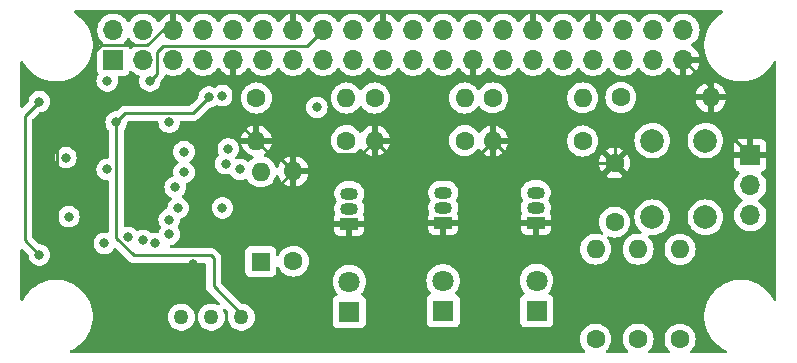
<source format=gbl>
G04 #@! TF.GenerationSoftware,KiCad,Pcbnew,8.0.8*
G04 #@! TF.CreationDate,2025-02-26T07:42:39+09:00*
G04 #@! TF.ProjectId,1bit-cpu_HAT,31626974-2d63-4707-955f-4841542e6b69,rev?*
G04 #@! TF.SameCoordinates,Original*
G04 #@! TF.FileFunction,Copper,L4,Bot*
G04 #@! TF.FilePolarity,Positive*
%FSLAX46Y46*%
G04 Gerber Fmt 4.6, Leading zero omitted, Abs format (unit mm)*
G04 Created by KiCad (PCBNEW 8.0.8) date 2025-02-26 07:42:39*
%MOMM*%
%LPD*%
G01*
G04 APERTURE LIST*
G04 #@! TA.AperFunction,ComponentPad*
%ADD10R,1.600000X1.600000*%
G04 #@! TD*
G04 #@! TA.AperFunction,ComponentPad*
%ADD11O,1.600000X1.600000*%
G04 #@! TD*
G04 #@! TA.AperFunction,ComponentPad*
%ADD12R,1.800000X1.800000*%
G04 #@! TD*
G04 #@! TA.AperFunction,ComponentPad*
%ADD13C,1.800000*%
G04 #@! TD*
G04 #@! TA.AperFunction,ComponentPad*
%ADD14R,1.500000X1.050000*%
G04 #@! TD*
G04 #@! TA.AperFunction,ComponentPad*
%ADD15O,1.500000X1.050000*%
G04 #@! TD*
G04 #@! TA.AperFunction,ComponentPad*
%ADD16C,1.600000*%
G04 #@! TD*
G04 #@! TA.AperFunction,ComponentPad*
%ADD17R,1.700000X1.700000*%
G04 #@! TD*
G04 #@! TA.AperFunction,ComponentPad*
%ADD18O,1.700000X1.700000*%
G04 #@! TD*
G04 #@! TA.AperFunction,ComponentPad*
%ADD19C,1.269000*%
G04 #@! TD*
G04 #@! TA.AperFunction,ComponentPad*
%ADD20C,2.000000*%
G04 #@! TD*
G04 #@! TA.AperFunction,ViaPad*
%ADD21C,0.800000*%
G04 #@! TD*
G04 #@! TA.AperFunction,Conductor*
%ADD22C,0.250000*%
G04 #@! TD*
G04 APERTURE END LIST*
D10*
G04 #@! TO.P,D1,1,K*
G04 #@! TO.N,Net-(D1-K)*
X143750000Y-111560000D03*
D11*
G04 #@! TO.P,D1,2,A*
G04 #@! TO.N,/GPIO22_GEN3*
X143750000Y-103940000D03*
G04 #@! TD*
D12*
G04 #@! TO.P,LED3,1,K*
G04 #@! TO.N,Net-(LED3-K)*
X167100000Y-115700000D03*
D13*
G04 #@! TO.P,LED3,2,A*
G04 #@! TO.N,Net-(LED3-A)*
X167100000Y-113160000D03*
G04 #@! TD*
D14*
G04 #@! TO.P,Q3,1,E*
G04 #@! TO.N,GND*
X167035000Y-108250000D03*
D15*
G04 #@! TO.P,Q3,2,C*
G04 #@! TO.N,Net-(LED3-K)*
X167035000Y-106980000D03*
G04 #@! TO.P,Q3,3,B*
G04 #@! TO.N,Net-(Q3-B)*
X167035000Y-105710000D03*
G04 #@! TD*
D16*
G04 #@! TO.P,R15,1*
G04 #@! TO.N,Net-(U1-CLK_GXP)*
X163385000Y-97690000D03*
D11*
G04 #@! TO.P,R15,2*
G04 #@! TO.N,Net-(Q3-B)*
X171005000Y-97690000D03*
G04 #@! TD*
D14*
G04 #@! TO.P,Q1,1,E*
G04 #@! TO.N,GND*
X151235000Y-108340000D03*
D15*
G04 #@! TO.P,Q1,2,C*
G04 #@! TO.N,Net-(LED1-K)*
X151235000Y-107070000D03*
G04 #@! TO.P,Q1,3,B*
G04 #@! TO.N,Net-(Q1-B)*
X151235000Y-105800000D03*
G04 #@! TD*
D12*
G04 #@! TO.P,LED1,1,K*
G04 #@! TO.N,Net-(LED1-K)*
X151250000Y-115785000D03*
D13*
G04 #@! TO.P,LED1,2,A*
G04 #@! TO.N,Net-(LED1-A)*
X151250000Y-113245000D03*
G04 #@! TD*
D16*
G04 #@! TO.P,R8,1*
G04 #@! TO.N,Net-(LED3-A)*
X179245000Y-118125000D03*
D11*
G04 #@! TO.P,R8,2*
G04 #@! TO.N,+5V*
X179245000Y-110505000D03*
G04 #@! TD*
D17*
G04 #@! TO.P,J2,1,Pin_1*
G04 #@! TO.N,GND*
X185200000Y-102560000D03*
D18*
G04 #@! TO.P,J2,2,Pin_2*
G04 #@! TO.N,/GPIO14_TXD0*
X185200000Y-105100000D03*
G04 #@! TO.P,J2,3,Pin_3*
G04 #@! TO.N,/GPIO15_RXD0*
X185200000Y-107640000D03*
G04 #@! TD*
D16*
G04 #@! TO.P,R1,1*
G04 #@! TO.N,Net-(D1-K)*
X174240000Y-97650000D03*
D11*
G04 #@! TO.P,R1,2*
G04 #@! TO.N,GND*
X181860000Y-97650000D03*
G04 #@! TD*
D12*
G04 #@! TO.P,LED2,1,K*
G04 #@! TO.N,Net-(LED2-K)*
X159190000Y-115710000D03*
D13*
G04 #@! TO.P,LED2,2,A*
G04 #@! TO.N,Net-(LED2-A)*
X159190000Y-113170000D03*
G04 #@! TD*
D19*
G04 #@! TO.P,VR1,1,CCW*
G04 #@! TO.N,+5V*
X142100000Y-116250000D03*
G04 #@! TO.P,VR1,2,WIPER*
G04 #@! TO.N,Net-(U1-IN_RYO)*
X139560000Y-116250000D03*
G04 #@! TO.P,VR1,3,CW*
G04 #@! TO.N,unconnected-(VR1-CW-Pad3)*
X137020000Y-116250000D03*
G04 #@! TD*
D16*
G04 #@! TO.P,R7,1*
G04 #@! TO.N,Net-(LED2-A)*
X175700000Y-118110000D03*
D11*
G04 #@! TO.P,R7,2*
G04 #@! TO.N,+5V*
X175700000Y-110490000D03*
G04 #@! TD*
D20*
G04 #@! TO.P,SW3,1,1*
G04 #@! TO.N,+5V*
X181400000Y-101300000D03*
X181400000Y-107800000D03*
G04 #@! TO.P,SW3,2,2*
G04 #@! TO.N,Net-(D1-K)*
X176900000Y-101300000D03*
X176900000Y-107800000D03*
G04 #@! TD*
D14*
G04 #@! TO.P,Q2,1,E*
G04 #@! TO.N,GND*
X159200000Y-108260000D03*
D15*
G04 #@! TO.P,Q2,2,C*
G04 #@! TO.N,Net-(LED2-K)*
X159200000Y-106990000D03*
G04 #@! TO.P,Q2,3,B*
G04 #@! TO.N,Net-(Q2-B)*
X159200000Y-105720000D03*
G04 #@! TD*
D16*
G04 #@! TO.P,R16,1*
G04 #@! TO.N,Net-(Q3-B)*
X171005000Y-101340000D03*
D11*
G04 #@! TO.P,R16,2*
G04 #@! TO.N,GND*
X163385000Y-101340000D03*
G04 #@! TD*
D16*
G04 #@! TO.P,R12,1*
G04 #@! TO.N,Net-(Q1-B)*
X151000000Y-101300000D03*
D11*
G04 #@! TO.P,R12,2*
G04 #@! TO.N,GND*
X143380000Y-101300000D03*
G04 #@! TD*
D16*
G04 #@! TO.P,R14,1*
G04 #@! TO.N,Net-(Q2-B)*
X161000000Y-101300000D03*
D11*
G04 #@! TO.P,R14,2*
G04 #@! TO.N,GND*
X153380000Y-101300000D03*
G04 #@! TD*
D16*
G04 #@! TO.P,C1,1*
G04 #@! TO.N,GND*
X173700000Y-103200000D03*
G04 #@! TO.P,C1,2*
G04 #@! TO.N,Net-(D1-K)*
X173700000Y-108200000D03*
G04 #@! TD*
G04 #@! TO.P,R2,1*
G04 #@! TO.N,Net-(U1-IN_RYO)*
X146500000Y-111510000D03*
D11*
G04 #@! TO.P,R2,2*
G04 #@! TO.N,GND*
X146500000Y-103890000D03*
G04 #@! TD*
D16*
G04 #@! TO.P,R11,1*
G04 #@! TO.N,Net-(U1-IN_B02)*
X143380000Y-97700000D03*
D11*
G04 #@! TO.P,R11,2*
G04 #@! TO.N,Net-(Q1-B)*
X151000000Y-97700000D03*
G04 #@! TD*
D16*
G04 #@! TO.P,R6,1*
G04 #@! TO.N,Net-(LED1-A)*
X172100000Y-118110000D03*
D11*
G04 #@! TO.P,R6,2*
G04 #@! TO.N,+5V*
X172100000Y-110490000D03*
G04 #@! TD*
D16*
G04 #@! TO.P,R13,1*
G04 #@! TO.N,Net-(U1-IN_B04)*
X153380000Y-97700000D03*
D11*
G04 #@! TO.P,R13,2*
G04 #@! TO.N,Net-(Q2-B)*
X161000000Y-97700000D03*
G04 #@! TD*
D17*
G04 #@! TO.P,J1,1,Pin_1*
G04 #@! TO.N,+3V3*
X131270000Y-94470000D03*
D18*
G04 #@! TO.P,J1,2,Pin_2*
G04 #@! TO.N,+5V*
X131270000Y-91930000D03*
G04 #@! TO.P,J1,3,Pin_3*
G04 #@! TO.N,/GPIO2_SDA1*
X133810000Y-94470000D03*
G04 #@! TO.P,J1,4,Pin_4*
G04 #@! TO.N,+5V*
X133810000Y-91930000D03*
G04 #@! TO.P,J1,5,Pin_5*
G04 #@! TO.N,/GPIO3_SCL1*
X136350000Y-94470000D03*
G04 #@! TO.P,J1,6,Pin_6*
G04 #@! TO.N,GND*
X136350000Y-91930000D03*
G04 #@! TO.P,J1,7,Pin_7*
G04 #@! TO.N,/GPIO4_GPIO_GCLK*
X138890000Y-94470000D03*
G04 #@! TO.P,J1,8,Pin_8*
G04 #@! TO.N,/GPIO14_TXD0*
X138890000Y-91930000D03*
G04 #@! TO.P,J1,9,Pin_9*
G04 #@! TO.N,GND*
X141430000Y-94470000D03*
G04 #@! TO.P,J1,10,Pin_10*
G04 #@! TO.N,/GPIO15_RXD0*
X141430000Y-91930000D03*
G04 #@! TO.P,J1,11,Pin_11*
G04 #@! TO.N,/GPIO17_GEN0*
X143970000Y-94470000D03*
G04 #@! TO.P,J1,12,Pin_12*
G04 #@! TO.N,/GPIO18_GEN1*
X143970000Y-91930000D03*
G04 #@! TO.P,J1,13,Pin_13*
G04 #@! TO.N,/GPIO27_GEN2*
X146510000Y-94470000D03*
G04 #@! TO.P,J1,14,Pin_14*
G04 #@! TO.N,GND*
X146510000Y-91930000D03*
G04 #@! TO.P,J1,15,Pin_15*
G04 #@! TO.N,/GPIO22_GEN3*
X149050000Y-94470000D03*
G04 #@! TO.P,J1,16,Pin_16*
G04 #@! TO.N,/GPIO23_GEN4*
X149050000Y-91930000D03*
G04 #@! TO.P,J1,17,Pin_17*
G04 #@! TO.N,+3V3*
X151590000Y-94470000D03*
G04 #@! TO.P,J1,18,Pin_18*
G04 #@! TO.N,/GPIO24_GEN5*
X151590000Y-91930000D03*
G04 #@! TO.P,J1,19,Pin_19*
G04 #@! TO.N,/GPIO10_SPI_MOSI*
X154130000Y-94470000D03*
G04 #@! TO.P,J1,20,Pin_20*
G04 #@! TO.N,GND*
X154130000Y-91930000D03*
G04 #@! TO.P,J1,21,Pin_21*
G04 #@! TO.N,/GPIO9_SPI_MISO*
X156670000Y-94470000D03*
G04 #@! TO.P,J1,22,Pin_22*
G04 #@! TO.N,/GPIO25_GEN6*
X156670000Y-91930000D03*
G04 #@! TO.P,J1,23,Pin_23*
G04 #@! TO.N,/GPIO11_SPI_SCLK*
X159210000Y-94470000D03*
G04 #@! TO.P,J1,24,Pin_24*
G04 #@! TO.N,/GPIO8_SPI_CE0_N*
X159210000Y-91930000D03*
G04 #@! TO.P,J1,25,Pin_25*
G04 #@! TO.N,GND*
X161750000Y-94470000D03*
G04 #@! TO.P,J1,26,Pin_26*
G04 #@! TO.N,/GPIO7_SPI_CE1_N*
X161750000Y-91930000D03*
G04 #@! TO.P,J1,27,Pin_27*
G04 #@! TO.N,/ID_SD*
X164290000Y-94470000D03*
G04 #@! TO.P,J1,28,Pin_28*
G04 #@! TO.N,/ID_SC*
X164290000Y-91930000D03*
G04 #@! TO.P,J1,29,Pin_29*
G04 #@! TO.N,/GPIO5*
X166830000Y-94470000D03*
G04 #@! TO.P,J1,30,Pin_30*
G04 #@! TO.N,GND*
X166830000Y-91930000D03*
G04 #@! TO.P,J1,31,Pin_31*
G04 #@! TO.N,/GPIO6*
X169370000Y-94470000D03*
G04 #@! TO.P,J1,32,Pin_32*
G04 #@! TO.N,/GPIO12*
X169370000Y-91930000D03*
G04 #@! TO.P,J1,33,Pin_33*
G04 #@! TO.N,/GPIO13*
X171910000Y-94470000D03*
G04 #@! TO.P,J1,34,Pin_34*
G04 #@! TO.N,GND*
X171910000Y-91930000D03*
G04 #@! TO.P,J1,35,Pin_35*
G04 #@! TO.N,/GPIO19*
X174450000Y-94470000D03*
G04 #@! TO.P,J1,36,Pin_36*
G04 #@! TO.N,/GPIO16*
X174450000Y-91930000D03*
G04 #@! TO.P,J1,37,Pin_37*
G04 #@! TO.N,/GPIO26*
X176990000Y-94470000D03*
G04 #@! TO.P,J1,38,Pin_38*
G04 #@! TO.N,/GPIO20*
X176990000Y-91930000D03*
G04 #@! TO.P,J1,39,Pin_39*
G04 #@! TO.N,GND*
X179530000Y-94470000D03*
G04 #@! TO.P,J1,40,Pin_40*
G04 #@! TO.N,/GPIO21*
X179530000Y-91930000D03*
G04 #@! TD*
D21*
G04 #@! TO.N,Net-(D1-K)*
X140500000Y-107000000D03*
G04 #@! TO.N,GND*
X127000000Y-109500000D03*
X140500000Y-108750000D03*
X126906120Y-99906120D03*
X141000000Y-99750000D03*
X138000000Y-111750000D03*
X131500000Y-116000000D03*
G04 #@! TO.N,+5V*
X125000000Y-98000000D03*
X131500000Y-99750000D03*
X125000000Y-111000000D03*
X139375000Y-97625000D03*
G04 #@! TO.N,/GPIO12*
X127250000Y-102750000D03*
G04 #@! TO.N,/GPIO27_GEN2*
X132500000Y-109500000D03*
G04 #@! TO.N,/GPIO25_GEN6*
X141000000Y-102000000D03*
G04 #@! TO.N,/GPIO23_GEN4*
X134362240Y-96250000D03*
G04 #@! TO.N,/GPIO17_GEN0*
X127500000Y-107750000D03*
G04 #@! TO.N,/GPIO13*
X142000000Y-103750000D03*
G04 #@! TO.N,Net-(U1-CLK_GXP)*
X148500000Y-98500000D03*
X140762652Y-103262652D03*
X134750000Y-110000000D03*
X137250000Y-104000000D03*
G04 #@! TO.N,Net-(U1-IN_RYO)*
X130500000Y-110000000D03*
G04 #@! TO.N,Net-(U1-IN_B02)*
X136000000Y-109250000D03*
X137250000Y-102250000D03*
G04 #@! TO.N,Net-(U1-IN_B04)*
X136000000Y-108000000D03*
X140500000Y-97500000D03*
X136000000Y-99750000D03*
G04 #@! TO.N,Net-(U1-IN_B08)*
X130750000Y-103750000D03*
X136750000Y-107000000D03*
G04 #@! TO.N,Net-(U1-PROG0_GXP)*
X136500000Y-105250000D03*
X133750000Y-109750000D03*
G04 #@! TO.N,/GPIO24_GEN5*
X130750000Y-96250000D03*
G04 #@! TD*
D22*
G04 #@! TO.N,GND*
X146500000Y-105090000D02*
X146500000Y-103890000D01*
X149750000Y-108340000D02*
X146500000Y-105090000D01*
X146500000Y-103890000D02*
X141640000Y-108750000D01*
X141640000Y-108750000D02*
X140500000Y-108750000D01*
X145035000Y-102425000D02*
X144505000Y-102425000D01*
X146500000Y-103890000D02*
X145035000Y-102425000D01*
X133750000Y-116000000D02*
X131500000Y-116000000D01*
X167025000Y-108260000D02*
X167035000Y-108250000D01*
X181860000Y-97650000D02*
X181860000Y-99220000D01*
X141430000Y-99320000D02*
X141000000Y-99750000D01*
X159200000Y-108260000D02*
X167025000Y-108260000D01*
X181860000Y-99220000D02*
X185200000Y-102560000D01*
X135471701Y-91930000D02*
X134151701Y-93250000D01*
X168650000Y-108250000D02*
X173700000Y-103200000D01*
X126525000Y-100475000D02*
X126525000Y-109025000D01*
X130250000Y-93250000D02*
X129625000Y-93875000D01*
X161975000Y-102750000D02*
X163385000Y-101340000D01*
X181860000Y-97650000D02*
X177600000Y-97650000D01*
X143380000Y-101300000D02*
X144505000Y-102425000D01*
X153380000Y-101300000D02*
X154830000Y-102750000D01*
X127000000Y-109500000D02*
X129250000Y-111750000D01*
X126906120Y-99906120D02*
X126906120Y-100093880D01*
X138000000Y-111750000D02*
X133750000Y-116000000D01*
X149750000Y-108340000D02*
X151235000Y-108340000D01*
X140500000Y-108690000D02*
X140500000Y-108750000D01*
X181860000Y-96800000D02*
X181860000Y-97650000D01*
X167035000Y-108250000D02*
X168650000Y-108250000D01*
X129625000Y-93875000D02*
X129625000Y-97187240D01*
X152255000Y-102425000D02*
X153380000Y-101300000D01*
X141000000Y-99750000D02*
X141830000Y-99750000D01*
X141830000Y-99750000D02*
X143380000Y-101300000D01*
X165245000Y-103200000D02*
X173700000Y-103200000D01*
X151235000Y-108340000D02*
X159120000Y-108340000D01*
X144505000Y-102425000D02*
X152255000Y-102425000D01*
X154830000Y-102750000D02*
X161975000Y-102750000D01*
X126906120Y-100093880D02*
X126525000Y-100475000D01*
X163385000Y-101340000D02*
X165245000Y-103200000D01*
X177600000Y-97650000D02*
X173700000Y-101550000D01*
X136350000Y-91930000D02*
X135471701Y-91930000D01*
X173700000Y-101550000D02*
X173700000Y-103200000D01*
X129250000Y-111750000D02*
X138000000Y-111750000D01*
X126525000Y-109025000D02*
X127000000Y-109500000D01*
X141430000Y-94470000D02*
X141430000Y-99320000D01*
X129625000Y-97187240D02*
X126906120Y-99906120D01*
X159120000Y-108340000D02*
X159200000Y-108260000D01*
X134151701Y-93250000D02*
X130250000Y-93250000D01*
X179530000Y-94470000D02*
X181860000Y-96800000D01*
G04 #@! TO.N,+5V*
X123750000Y-109750000D02*
X125000000Y-111000000D01*
X139750000Y-111250000D02*
X139750000Y-113650000D01*
X123750000Y-99250000D02*
X123750000Y-109750000D01*
X132999695Y-111025000D02*
X139525000Y-111025000D01*
X131500000Y-99750000D02*
X131500000Y-109525305D01*
X139750000Y-113650000D02*
X142100000Y-116000000D01*
X125000000Y-98000000D02*
X123750000Y-99250000D01*
X139525000Y-111025000D02*
X139750000Y-111250000D01*
X138000000Y-99000000D02*
X139375000Y-97625000D01*
X131500000Y-109525305D02*
X132999695Y-111025000D01*
X132250000Y-99000000D02*
X138000000Y-99000000D01*
X131500000Y-99750000D02*
X132250000Y-99000000D01*
G04 #@! TO.N,/GPIO23_GEN4*
X147685000Y-93295000D02*
X135455000Y-93295000D01*
X135455000Y-93295000D02*
X134985000Y-93765000D01*
X134985000Y-95627240D02*
X134362240Y-96250000D01*
X149050000Y-91930000D02*
X147685000Y-93295000D01*
X134985000Y-93765000D02*
X134985000Y-95627240D01*
G04 #@! TD*
G04 #@! TA.AperFunction,Conductor*
G04 #@! TO.N,GND*
G36*
X132623225Y-92605669D02*
G01*
X132645480Y-92631353D01*
X132677149Y-92679825D01*
X132734275Y-92767265D01*
X132734279Y-92767270D01*
X132886762Y-92932908D01*
X132941331Y-92975381D01*
X133064424Y-93071189D01*
X133097153Y-93088901D01*
X133097680Y-93089186D01*
X133148071Y-93139200D01*
X133163423Y-93208516D01*
X133138862Y-93275129D01*
X133097680Y-93310813D01*
X133064426Y-93328810D01*
X133064424Y-93328811D01*
X132886762Y-93467091D01*
X132825754Y-93533363D01*
X132764901Y-93569933D01*
X132693936Y-93567798D01*
X132635391Y-93527636D01*
X132614999Y-93492057D01*
X132571010Y-93374121D01*
X132570889Y-93373796D01*
X132570888Y-93373794D01*
X132570887Y-93373792D01*
X132483261Y-93256738D01*
X132366207Y-93169112D01*
X132366203Y-93169110D01*
X132251192Y-93126213D01*
X132194356Y-93083667D01*
X132169546Y-93017146D01*
X132184638Y-92947772D01*
X132202525Y-92922820D01*
X132345714Y-92767277D01*
X132345724Y-92767265D01*
X132398918Y-92685845D01*
X132434518Y-92631354D01*
X132488520Y-92585268D01*
X132558868Y-92575692D01*
X132623225Y-92605669D01*
G37*
G04 #@! TD.AperFunction*
G04 #@! TA.AperFunction,Conductor*
G36*
X182849468Y-90300502D02*
G01*
X182895961Y-90354158D01*
X182906065Y-90424432D01*
X182876571Y-90489012D01*
X182848383Y-90513187D01*
X182602999Y-90667372D01*
X182602995Y-90667375D01*
X182330740Y-90884489D01*
X182084489Y-91130740D01*
X181867375Y-91402995D01*
X181867372Y-91402999D01*
X181682096Y-91697862D01*
X181682091Y-91697871D01*
X181531002Y-92011611D01*
X181530991Y-92011638D01*
X181415983Y-92340312D01*
X181338491Y-92679825D01*
X181299500Y-93025878D01*
X181299500Y-93374121D01*
X181338491Y-93720174D01*
X181378833Y-93896924D01*
X181415982Y-94059681D01*
X181415984Y-94059687D01*
X181415983Y-94059687D01*
X181530991Y-94388361D01*
X181531002Y-94388388D01*
X181682091Y-94702128D01*
X181682096Y-94702137D01*
X181867372Y-94997000D01*
X181867375Y-94997004D01*
X182084489Y-95269259D01*
X182330740Y-95515510D01*
X182602995Y-95732624D01*
X182603003Y-95732630D01*
X182897867Y-95917906D01*
X183211621Y-96069002D01*
X183211637Y-96069007D01*
X183211638Y-96069008D01*
X183540312Y-96184016D01*
X183540315Y-96184016D01*
X183540319Y-96184018D01*
X183879829Y-96261509D01*
X184125210Y-96289157D01*
X184225878Y-96300500D01*
X184225880Y-96300500D01*
X184574122Y-96300500D01*
X184662006Y-96290597D01*
X184920171Y-96261509D01*
X185259681Y-96184018D01*
X185588379Y-96069002D01*
X185902133Y-95917906D01*
X186196997Y-95732630D01*
X186289625Y-95658761D01*
X186469259Y-95515510D01*
X186715510Y-95269259D01*
X186932624Y-94997004D01*
X186932630Y-94996997D01*
X187117906Y-94702133D01*
X187146789Y-94642156D01*
X187159978Y-94614770D01*
X187207556Y-94562074D01*
X187276070Y-94543465D01*
X187343769Y-94564853D01*
X187389157Y-94619445D01*
X187399500Y-94669439D01*
X187399500Y-114730560D01*
X187379498Y-114798681D01*
X187325842Y-114845174D01*
X187255568Y-114855278D01*
X187190988Y-114825784D01*
X187159978Y-114785230D01*
X187133650Y-114730560D01*
X187117906Y-114697867D01*
X187113467Y-114690803D01*
X186960111Y-114446739D01*
X186932630Y-114403003D01*
X186932624Y-114402995D01*
X186715510Y-114130740D01*
X186469259Y-113884489D01*
X186197004Y-113667375D01*
X186197000Y-113667372D01*
X185902137Y-113482096D01*
X185902128Y-113482091D01*
X185588388Y-113331002D01*
X185588383Y-113331000D01*
X185588379Y-113330998D01*
X185588373Y-113330995D01*
X185588361Y-113330991D01*
X185259687Y-113215983D01*
X184920174Y-113138491D01*
X184574122Y-113099500D01*
X184574120Y-113099500D01*
X184225880Y-113099500D01*
X184225878Y-113099500D01*
X183879825Y-113138491D01*
X183540312Y-113215983D01*
X183211638Y-113330991D01*
X183211611Y-113331002D01*
X182897871Y-113482091D01*
X182897862Y-113482096D01*
X182602999Y-113667372D01*
X182602995Y-113667375D01*
X182330740Y-113884489D01*
X182084489Y-114130740D01*
X181867375Y-114402995D01*
X181867372Y-114402999D01*
X181682096Y-114697862D01*
X181682091Y-114697871D01*
X181531002Y-115011611D01*
X181530991Y-115011638D01*
X181415983Y-115340312D01*
X181338491Y-115679825D01*
X181299500Y-116025878D01*
X181299500Y-116374121D01*
X181338491Y-116720174D01*
X181363891Y-116831457D01*
X181415982Y-117059681D01*
X181415984Y-117059687D01*
X181415983Y-117059687D01*
X181530991Y-117388361D01*
X181531002Y-117388388D01*
X181682091Y-117702128D01*
X181682096Y-117702137D01*
X181867372Y-117997000D01*
X181867375Y-117997004D01*
X182084489Y-118269259D01*
X182330740Y-118515510D01*
X182602995Y-118732624D01*
X182603003Y-118732630D01*
X182769183Y-118837048D01*
X182897862Y-118917903D01*
X182897871Y-118917908D01*
X183151352Y-119039978D01*
X183204048Y-119087556D01*
X183222657Y-119156070D01*
X183201269Y-119223769D01*
X183146677Y-119269157D01*
X183096683Y-119279500D01*
X180245188Y-119279500D01*
X180177067Y-119259498D01*
X180130574Y-119205842D01*
X180120470Y-119135568D01*
X180149964Y-119070988D01*
X180156093Y-119064405D01*
X180180520Y-119039978D01*
X180251198Y-118969300D01*
X180382523Y-118781749D01*
X180479284Y-118574243D01*
X180538543Y-118353087D01*
X180558498Y-118125000D01*
X180538543Y-117896913D01*
X180479284Y-117675757D01*
X180382523Y-117468251D01*
X180251198Y-117280700D01*
X180089300Y-117118802D01*
X180088867Y-117118499D01*
X179901749Y-116987477D01*
X179694246Y-116890717D01*
X179694240Y-116890715D01*
X179600771Y-116865670D01*
X179473087Y-116831457D01*
X179245000Y-116811502D01*
X179016913Y-116831457D01*
X178795759Y-116890715D01*
X178795753Y-116890717D01*
X178588250Y-116987477D01*
X178400703Y-117118799D01*
X178400697Y-117118804D01*
X178238804Y-117280697D01*
X178238799Y-117280703D01*
X178107477Y-117468250D01*
X178010717Y-117675753D01*
X178010715Y-117675759D01*
X177951457Y-117896913D01*
X177931502Y-118125000D01*
X177951457Y-118353086D01*
X178010715Y-118574240D01*
X178010717Y-118574246D01*
X178107477Y-118781749D01*
X178238799Y-118969296D01*
X178238804Y-118969302D01*
X178333907Y-119064405D01*
X178367933Y-119126717D01*
X178362868Y-119197532D01*
X178320321Y-119254368D01*
X178253801Y-119279179D01*
X178244812Y-119279500D01*
X176685188Y-119279500D01*
X176617067Y-119259498D01*
X176570574Y-119205842D01*
X176560470Y-119135568D01*
X176589964Y-119070988D01*
X176596093Y-119064405D01*
X176620520Y-119039978D01*
X176706198Y-118954300D01*
X176837523Y-118766749D01*
X176934284Y-118559243D01*
X176993543Y-118338087D01*
X177013498Y-118110000D01*
X176993543Y-117881913D01*
X176934284Y-117660757D01*
X176837523Y-117453251D01*
X176706198Y-117265700D01*
X176544300Y-117103802D01*
X176541709Y-117101988D01*
X176356749Y-116972477D01*
X176149246Y-116875717D01*
X176149240Y-116875715D01*
X176039115Y-116846207D01*
X175928087Y-116816457D01*
X175700000Y-116796502D01*
X175471913Y-116816457D01*
X175250759Y-116875715D01*
X175250753Y-116875717D01*
X175043250Y-116972477D01*
X174855703Y-117103799D01*
X174855699Y-117103803D01*
X174693804Y-117265697D01*
X174693799Y-117265703D01*
X174562477Y-117453250D01*
X174465717Y-117660753D01*
X174465715Y-117660759D01*
X174454629Y-117702133D01*
X174406457Y-117881913D01*
X174386502Y-118110000D01*
X174406457Y-118338087D01*
X174433088Y-118437475D01*
X174465715Y-118559240D01*
X174465717Y-118559246D01*
X174562477Y-118766749D01*
X174693799Y-118954296D01*
X174693804Y-118954302D01*
X174803907Y-119064405D01*
X174837933Y-119126717D01*
X174832868Y-119197532D01*
X174790321Y-119254368D01*
X174723801Y-119279179D01*
X174714812Y-119279500D01*
X173085188Y-119279500D01*
X173017067Y-119259498D01*
X172970574Y-119205842D01*
X172960470Y-119135568D01*
X172989964Y-119070988D01*
X172996093Y-119064405D01*
X173020520Y-119039978D01*
X173106198Y-118954300D01*
X173237523Y-118766749D01*
X173334284Y-118559243D01*
X173393543Y-118338087D01*
X173413498Y-118110000D01*
X173393543Y-117881913D01*
X173334284Y-117660757D01*
X173237523Y-117453251D01*
X173106198Y-117265700D01*
X172944300Y-117103802D01*
X172941709Y-117101988D01*
X172756749Y-116972477D01*
X172549246Y-116875717D01*
X172549240Y-116875715D01*
X172439115Y-116846207D01*
X172328087Y-116816457D01*
X172100000Y-116796502D01*
X171871913Y-116816457D01*
X171650759Y-116875715D01*
X171650753Y-116875717D01*
X171443250Y-116972477D01*
X171255703Y-117103799D01*
X171255699Y-117103803D01*
X171093804Y-117265697D01*
X171093799Y-117265703D01*
X170962477Y-117453250D01*
X170865717Y-117660753D01*
X170865715Y-117660759D01*
X170854629Y-117702133D01*
X170806457Y-117881913D01*
X170786502Y-118110000D01*
X170806457Y-118338087D01*
X170833088Y-118437475D01*
X170865715Y-118559240D01*
X170865717Y-118559246D01*
X170962477Y-118766749D01*
X171093799Y-118954296D01*
X171093804Y-118954302D01*
X171203907Y-119064405D01*
X171237933Y-119126717D01*
X171232868Y-119197532D01*
X171190321Y-119254368D01*
X171123801Y-119279179D01*
X171114812Y-119279500D01*
X127703317Y-119279500D01*
X127635196Y-119259498D01*
X127588703Y-119205842D01*
X127578599Y-119135568D01*
X127608093Y-119070988D01*
X127648648Y-119039978D01*
X127664832Y-119032184D01*
X127902133Y-118917906D01*
X128196997Y-118732630D01*
X128386149Y-118581787D01*
X128469259Y-118515510D01*
X128715510Y-118269259D01*
X128932624Y-117997004D01*
X128932630Y-117996997D01*
X129117906Y-117702133D01*
X129269002Y-117388379D01*
X129368579Y-117103802D01*
X129384016Y-117059687D01*
X129384016Y-117059686D01*
X129384018Y-117059681D01*
X129461509Y-116720171D01*
X129500500Y-116374120D01*
X129500500Y-116250000D01*
X135872103Y-116250000D01*
X135891648Y-116460927D01*
X135949616Y-116664663D01*
X135949617Y-116664665D01*
X135949618Y-116664668D01*
X136044038Y-116854290D01*
X136060218Y-116875716D01*
X136171695Y-117023335D01*
X136328238Y-117166042D01*
X136328239Y-117166043D01*
X136508328Y-117277550D01*
X136508335Y-117277553D01*
X136508338Y-117277555D01*
X136508342Y-117277556D01*
X136508343Y-117277557D01*
X136551432Y-117294250D01*
X136705863Y-117354077D01*
X136914085Y-117393000D01*
X136914087Y-117393000D01*
X137125913Y-117393000D01*
X137125915Y-117393000D01*
X137334137Y-117354077D01*
X137531662Y-117277555D01*
X137531667Y-117277551D01*
X137531671Y-117277550D01*
X137711760Y-117166043D01*
X137711759Y-117166043D01*
X137711762Y-117166042D01*
X137868306Y-117023333D01*
X137995962Y-116854290D01*
X138090382Y-116664668D01*
X138148352Y-116460926D01*
X138164537Y-116286252D01*
X138178806Y-116250320D01*
X138166344Y-116226311D01*
X138164538Y-116213754D01*
X138148352Y-116039074D01*
X138090382Y-115835332D01*
X137995962Y-115645710D01*
X137868306Y-115476667D01*
X137868304Y-115476664D01*
X137711761Y-115333957D01*
X137711760Y-115333956D01*
X137531671Y-115222449D01*
X137531656Y-115222442D01*
X137334144Y-115145925D01*
X137334141Y-115145924D01*
X137334138Y-115145923D01*
X137334137Y-115145923D01*
X137125915Y-115107000D01*
X136914085Y-115107000D01*
X136705863Y-115145923D01*
X136705858Y-115145924D01*
X136705855Y-115145925D01*
X136508343Y-115222442D01*
X136508328Y-115222449D01*
X136328239Y-115333956D01*
X136328238Y-115333957D01*
X136171695Y-115476664D01*
X136044039Y-115645708D01*
X135949616Y-115835336D01*
X135891648Y-116039072D01*
X135872103Y-116250000D01*
X129500500Y-116250000D01*
X129500500Y-116025880D01*
X129461509Y-115679829D01*
X129384018Y-115340319D01*
X129381792Y-115333958D01*
X129269008Y-115011638D01*
X129269007Y-115011637D01*
X129269002Y-115011621D01*
X129117906Y-114697867D01*
X129113467Y-114690803D01*
X128960111Y-114446739D01*
X128932630Y-114403003D01*
X128932624Y-114402995D01*
X128715510Y-114130740D01*
X128469259Y-113884489D01*
X128197004Y-113667375D01*
X128197000Y-113667372D01*
X127902137Y-113482096D01*
X127902128Y-113482091D01*
X127588388Y-113331002D01*
X127588383Y-113331000D01*
X127588379Y-113330998D01*
X127588373Y-113330995D01*
X127588361Y-113330991D01*
X127259687Y-113215983D01*
X126920174Y-113138491D01*
X126574122Y-113099500D01*
X126574120Y-113099500D01*
X126225880Y-113099500D01*
X126225878Y-113099500D01*
X125879825Y-113138491D01*
X125540312Y-113215983D01*
X125211638Y-113330991D01*
X125211611Y-113331002D01*
X124897871Y-113482091D01*
X124897862Y-113482096D01*
X124602999Y-113667372D01*
X124602995Y-113667375D01*
X124330740Y-113884489D01*
X124084489Y-114130740D01*
X123867375Y-114402995D01*
X123867372Y-114402999D01*
X123682096Y-114697862D01*
X123682095Y-114697864D01*
X123640022Y-114785230D01*
X123592444Y-114837926D01*
X123523929Y-114856534D01*
X123456231Y-114835146D01*
X123410842Y-114780553D01*
X123400500Y-114730560D01*
X123400500Y-110600594D01*
X123420502Y-110532473D01*
X123474158Y-110485980D01*
X123544432Y-110475876D01*
X123609012Y-110505370D01*
X123615595Y-110511499D01*
X124052877Y-110948781D01*
X124086903Y-111011093D01*
X124089092Y-111024705D01*
X124106457Y-111189927D01*
X124136346Y-111281913D01*
X124165473Y-111371556D01*
X124165476Y-111371561D01*
X124260958Y-111536941D01*
X124260965Y-111536951D01*
X124388744Y-111678864D01*
X124388747Y-111678866D01*
X124543248Y-111791118D01*
X124717712Y-111868794D01*
X124904513Y-111908500D01*
X125095487Y-111908500D01*
X125282288Y-111868794D01*
X125456752Y-111791118D01*
X125611253Y-111678866D01*
X125629592Y-111658499D01*
X125739034Y-111536951D01*
X125739035Y-111536949D01*
X125739040Y-111536944D01*
X125834527Y-111371556D01*
X125893542Y-111189928D01*
X125913504Y-111000000D01*
X125893542Y-110810072D01*
X125834527Y-110628444D01*
X125739040Y-110463056D01*
X125739038Y-110463054D01*
X125739034Y-110463048D01*
X125611255Y-110321135D01*
X125456752Y-110208882D01*
X125282288Y-110131206D01*
X125095487Y-110091500D01*
X125039594Y-110091500D01*
X124971473Y-110071498D01*
X124950499Y-110054595D01*
X124895904Y-110000000D01*
X129586496Y-110000000D01*
X129606457Y-110189927D01*
X129634332Y-110275715D01*
X129665473Y-110371556D01*
X129676988Y-110391500D01*
X129760958Y-110536941D01*
X129760965Y-110536951D01*
X129888744Y-110678864D01*
X129888747Y-110678866D01*
X130043248Y-110791118D01*
X130217712Y-110868794D01*
X130404513Y-110908500D01*
X130595487Y-110908500D01*
X130782288Y-110868794D01*
X130956752Y-110791118D01*
X131111253Y-110678866D01*
X131123108Y-110665700D01*
X131239034Y-110536951D01*
X131239035Y-110536949D01*
X131239040Y-110536944D01*
X131294817Y-110440334D01*
X131346199Y-110391342D01*
X131415913Y-110377906D01*
X131481824Y-110404292D01*
X131493031Y-110414240D01*
X132595862Y-111517071D01*
X132699620Y-111586400D01*
X132814910Y-111634155D01*
X132937301Y-111658500D01*
X133062089Y-111658500D01*
X138990500Y-111658500D01*
X139058621Y-111678502D01*
X139105114Y-111732158D01*
X139116500Y-111784500D01*
X139116500Y-113587606D01*
X139116500Y-113712394D01*
X139140845Y-113834785D01*
X139188600Y-113950075D01*
X139257929Y-114053833D01*
X139257931Y-114053835D01*
X140235571Y-115031475D01*
X140269597Y-115093787D01*
X140264532Y-115164602D01*
X140221985Y-115221438D01*
X140155465Y-115246249D01*
X140086091Y-115231158D01*
X140080147Y-115227698D01*
X140071668Y-115222448D01*
X140071656Y-115222442D01*
X139874144Y-115145925D01*
X139874141Y-115145924D01*
X139874138Y-115145923D01*
X139874137Y-115145923D01*
X139665915Y-115107000D01*
X139454085Y-115107000D01*
X139245863Y-115145923D01*
X139245858Y-115145924D01*
X139245855Y-115145925D01*
X139048343Y-115222442D01*
X139048328Y-115222449D01*
X138868239Y-115333956D01*
X138868238Y-115333957D01*
X138711695Y-115476664D01*
X138584039Y-115645708D01*
X138489616Y-115835336D01*
X138431648Y-116039072D01*
X138431648Y-116039074D01*
X138415462Y-116213746D01*
X138401193Y-116249678D01*
X138413656Y-116273688D01*
X138415461Y-116286242D01*
X138429488Y-116437619D01*
X138431648Y-116460927D01*
X138489616Y-116664663D01*
X138489617Y-116664665D01*
X138489618Y-116664668D01*
X138584038Y-116854290D01*
X138600218Y-116875716D01*
X138711695Y-117023335D01*
X138868238Y-117166042D01*
X138868239Y-117166043D01*
X139048328Y-117277550D01*
X139048335Y-117277553D01*
X139048338Y-117277555D01*
X139048342Y-117277556D01*
X139048343Y-117277557D01*
X139091432Y-117294250D01*
X139245863Y-117354077D01*
X139454085Y-117393000D01*
X139454087Y-117393000D01*
X139665913Y-117393000D01*
X139665915Y-117393000D01*
X139874137Y-117354077D01*
X140071662Y-117277555D01*
X140071667Y-117277551D01*
X140071671Y-117277550D01*
X140251760Y-117166043D01*
X140251759Y-117166043D01*
X140251762Y-117166042D01*
X140408306Y-117023333D01*
X140535962Y-116854290D01*
X140630382Y-116664668D01*
X140688352Y-116460926D01*
X140704537Y-116286252D01*
X140718806Y-116250320D01*
X140706344Y-116226311D01*
X140704538Y-116213754D01*
X140688352Y-116039074D01*
X140630382Y-115835332D01*
X140568986Y-115712032D01*
X140556529Y-115642140D01*
X140583836Y-115576605D01*
X140642239Y-115536237D01*
X140713195Y-115533852D01*
X140770873Y-115566777D01*
X140979432Y-115775336D01*
X141013458Y-115837648D01*
X141011527Y-115898912D01*
X140971648Y-116039070D01*
X140971648Y-116039074D01*
X140955462Y-116213746D01*
X140941193Y-116249678D01*
X140953656Y-116273688D01*
X140955461Y-116286242D01*
X140969488Y-116437619D01*
X140971648Y-116460927D01*
X141029616Y-116664663D01*
X141029617Y-116664665D01*
X141029618Y-116664668D01*
X141124038Y-116854290D01*
X141140218Y-116875716D01*
X141251695Y-117023335D01*
X141408238Y-117166042D01*
X141408239Y-117166043D01*
X141588328Y-117277550D01*
X141588335Y-117277553D01*
X141588338Y-117277555D01*
X141588342Y-117277556D01*
X141588343Y-117277557D01*
X141631432Y-117294250D01*
X141785863Y-117354077D01*
X141994085Y-117393000D01*
X141994087Y-117393000D01*
X142205913Y-117393000D01*
X142205915Y-117393000D01*
X142414137Y-117354077D01*
X142611662Y-117277555D01*
X142611667Y-117277551D01*
X142611671Y-117277550D01*
X142791760Y-117166043D01*
X142791759Y-117166043D01*
X142791762Y-117166042D01*
X142948306Y-117023333D01*
X143075962Y-116854290D01*
X143170382Y-116664668D01*
X143228352Y-116460926D01*
X143247897Y-116250000D01*
X143228352Y-116039074D01*
X143170382Y-115835332D01*
X143075962Y-115645710D01*
X142948306Y-115476667D01*
X142948304Y-115476664D01*
X142791761Y-115333957D01*
X142791760Y-115333956D01*
X142611671Y-115222449D01*
X142611656Y-115222442D01*
X142414144Y-115145925D01*
X142414141Y-115145924D01*
X142414138Y-115145923D01*
X142414137Y-115145923D01*
X142205915Y-115107000D01*
X142205913Y-115107000D01*
X142155094Y-115107000D01*
X142086973Y-115086998D01*
X142065999Y-115070095D01*
X140420405Y-113424501D01*
X140386379Y-113362189D01*
X140383500Y-113335406D01*
X140383500Y-113245000D01*
X149836673Y-113245000D01*
X149849734Y-113402626D01*
X149855950Y-113477633D01*
X149913249Y-113703903D01*
X149913252Y-113703910D01*
X150007015Y-113917668D01*
X150085683Y-114038079D01*
X150134686Y-114113083D01*
X150219842Y-114205587D01*
X150251263Y-114269251D01*
X150243276Y-114339797D01*
X150198417Y-114394826D01*
X150171175Y-114408979D01*
X150103795Y-114434111D01*
X150103792Y-114434112D01*
X149986738Y-114521738D01*
X149899112Y-114638792D01*
X149899110Y-114638797D01*
X149848011Y-114775795D01*
X149848009Y-114775803D01*
X149841500Y-114836350D01*
X149841500Y-116733649D01*
X149848009Y-116794196D01*
X149848011Y-116794204D01*
X149899110Y-116931202D01*
X149899112Y-116931207D01*
X149986738Y-117048261D01*
X150103792Y-117135887D01*
X150103794Y-117135888D01*
X150103796Y-117135889D01*
X150162875Y-117157924D01*
X150240795Y-117186988D01*
X150240803Y-117186990D01*
X150301350Y-117193499D01*
X150301355Y-117193499D01*
X150301362Y-117193500D01*
X150301368Y-117193500D01*
X152198632Y-117193500D01*
X152198638Y-117193500D01*
X152198645Y-117193499D01*
X152198649Y-117193499D01*
X152259196Y-117186990D01*
X152259199Y-117186989D01*
X152259201Y-117186989D01*
X152396204Y-117135889D01*
X152419435Y-117118499D01*
X152513261Y-117048261D01*
X152600887Y-116931207D01*
X152600887Y-116931206D01*
X152600889Y-116931204D01*
X152651989Y-116794201D01*
X152658500Y-116733638D01*
X152658500Y-114836362D01*
X152658499Y-114836350D01*
X152651990Y-114775803D01*
X152651988Y-114775795D01*
X152600889Y-114638797D01*
X152600887Y-114638792D01*
X152513261Y-114521738D01*
X152396207Y-114434112D01*
X152396204Y-114434111D01*
X152328824Y-114408979D01*
X152271989Y-114366432D01*
X152247179Y-114299911D01*
X152262271Y-114230538D01*
X152280156Y-114205588D01*
X152365314Y-114113083D01*
X152492984Y-113917669D01*
X152586749Y-113703907D01*
X152644051Y-113477626D01*
X152663327Y-113245000D01*
X152657112Y-113170000D01*
X157776673Y-113170000D01*
X157795120Y-113392626D01*
X157795950Y-113402633D01*
X157853249Y-113628903D01*
X157853252Y-113628910D01*
X157947015Y-113842668D01*
X158068152Y-114028083D01*
X158074686Y-114038083D01*
X158159842Y-114130587D01*
X158191263Y-114194251D01*
X158183276Y-114264797D01*
X158138417Y-114319826D01*
X158111175Y-114333979D01*
X158043795Y-114359111D01*
X158043792Y-114359112D01*
X157926738Y-114446738D01*
X157839112Y-114563792D01*
X157839110Y-114563797D01*
X157788011Y-114700795D01*
X157788009Y-114700803D01*
X157781500Y-114761350D01*
X157781500Y-116658649D01*
X157788009Y-116719196D01*
X157788011Y-116719204D01*
X157839110Y-116856202D01*
X157839112Y-116856207D01*
X157926738Y-116973261D01*
X158043792Y-117060887D01*
X158043794Y-117060888D01*
X158043796Y-117060889D01*
X158098469Y-117081281D01*
X158180795Y-117111988D01*
X158180803Y-117111990D01*
X158241350Y-117118499D01*
X158241355Y-117118499D01*
X158241362Y-117118500D01*
X158241368Y-117118500D01*
X160138632Y-117118500D01*
X160138638Y-117118500D01*
X160138645Y-117118499D01*
X160138649Y-117118499D01*
X160199196Y-117111990D01*
X160199199Y-117111989D01*
X160199201Y-117111989D01*
X160336204Y-117060889D01*
X160349563Y-117050889D01*
X160453261Y-116973261D01*
X160540887Y-116856207D01*
X160540887Y-116856206D01*
X160540889Y-116856204D01*
X160591989Y-116719201D01*
X160598500Y-116658638D01*
X160598500Y-114761362D01*
X160598499Y-114761350D01*
X160591990Y-114700803D01*
X160591988Y-114700795D01*
X160540889Y-114563797D01*
X160540887Y-114563792D01*
X160453261Y-114446738D01*
X160336207Y-114359112D01*
X160336204Y-114359111D01*
X160268824Y-114333979D01*
X160211989Y-114291432D01*
X160187179Y-114224911D01*
X160202271Y-114155538D01*
X160220156Y-114130588D01*
X160305314Y-114038083D01*
X160432984Y-113842669D01*
X160526749Y-113628907D01*
X160584051Y-113402626D01*
X160603327Y-113170000D01*
X160602498Y-113160000D01*
X165686673Y-113160000D01*
X165705532Y-113387596D01*
X165705950Y-113392633D01*
X165763249Y-113618903D01*
X165763252Y-113618910D01*
X165857015Y-113832668D01*
X165933721Y-113950076D01*
X165984686Y-114028083D01*
X166069842Y-114120587D01*
X166101263Y-114184251D01*
X166093276Y-114254797D01*
X166048417Y-114309826D01*
X166021175Y-114323979D01*
X165953795Y-114349111D01*
X165953792Y-114349112D01*
X165836738Y-114436738D01*
X165749112Y-114553792D01*
X165749110Y-114553797D01*
X165698011Y-114690795D01*
X165698009Y-114690803D01*
X165691500Y-114751350D01*
X165691500Y-116648649D01*
X165698009Y-116709196D01*
X165698011Y-116709204D01*
X165749110Y-116846202D01*
X165749112Y-116846207D01*
X165836738Y-116963261D01*
X165953792Y-117050887D01*
X165953794Y-117050888D01*
X165953796Y-117050889D01*
X166012875Y-117072924D01*
X166090795Y-117101988D01*
X166090803Y-117101990D01*
X166151350Y-117108499D01*
X166151355Y-117108499D01*
X166151362Y-117108500D01*
X166151368Y-117108500D01*
X168048632Y-117108500D01*
X168048638Y-117108500D01*
X168048645Y-117108499D01*
X168048649Y-117108499D01*
X168109196Y-117101990D01*
X168109199Y-117101989D01*
X168109201Y-117101989D01*
X168246204Y-117050889D01*
X168283015Y-117023333D01*
X168363261Y-116963261D01*
X168450887Y-116846207D01*
X168450887Y-116846206D01*
X168450889Y-116846204D01*
X168501989Y-116709201D01*
X168508500Y-116648638D01*
X168508500Y-114751362D01*
X168503065Y-114700803D01*
X168501990Y-114690803D01*
X168501988Y-114690795D01*
X168450889Y-114553797D01*
X168450887Y-114553792D01*
X168363261Y-114436738D01*
X168246207Y-114349112D01*
X168246204Y-114349111D01*
X168178824Y-114323979D01*
X168121989Y-114281432D01*
X168097179Y-114214911D01*
X168112271Y-114145538D01*
X168130156Y-114120588D01*
X168215314Y-114028083D01*
X168342984Y-113832669D01*
X168436749Y-113618907D01*
X168494051Y-113392626D01*
X168513327Y-113160000D01*
X168494051Y-112927374D01*
X168458273Y-112786089D01*
X168436750Y-112701096D01*
X168436747Y-112701089D01*
X168413250Y-112647522D01*
X168342984Y-112487331D01*
X168291579Y-112408649D01*
X168215314Y-112291916D01*
X168057225Y-112120186D01*
X168057221Y-112120182D01*
X167965118Y-112048496D01*
X167873017Y-111976810D01*
X167667727Y-111865713D01*
X167667724Y-111865712D01*
X167667723Y-111865711D01*
X167446955Y-111789921D01*
X167446948Y-111789919D01*
X167348411Y-111773476D01*
X167216712Y-111751500D01*
X166983288Y-111751500D01*
X166868066Y-111770727D01*
X166753051Y-111789919D01*
X166753044Y-111789921D01*
X166532276Y-111865711D01*
X166532273Y-111865713D01*
X166326985Y-111976809D01*
X166326983Y-111976810D01*
X166142778Y-112120182D01*
X166142774Y-112120186D01*
X165984685Y-112291916D01*
X165857015Y-112487331D01*
X165763252Y-112701089D01*
X165763249Y-112701096D01*
X165705950Y-112927366D01*
X165705949Y-112927372D01*
X165705949Y-112927374D01*
X165686673Y-113160000D01*
X160602498Y-113160000D01*
X160584051Y-112937374D01*
X160555214Y-112823498D01*
X160526750Y-112711096D01*
X160526747Y-112711089D01*
X160522362Y-112701093D01*
X160432984Y-112497331D01*
X160414603Y-112469196D01*
X160305314Y-112301916D01*
X160147225Y-112130186D01*
X160147221Y-112130182D01*
X160055118Y-112058496D01*
X159963017Y-111986810D01*
X159757727Y-111875713D01*
X159757724Y-111875712D01*
X159757723Y-111875711D01*
X159536955Y-111799921D01*
X159536948Y-111799919D01*
X159438411Y-111783476D01*
X159306712Y-111761500D01*
X159073288Y-111761500D01*
X158958066Y-111780727D01*
X158843051Y-111799919D01*
X158843044Y-111799921D01*
X158622276Y-111875711D01*
X158622273Y-111875713D01*
X158435462Y-111976810D01*
X158416985Y-111986809D01*
X158416983Y-111986810D01*
X158232778Y-112130182D01*
X158232774Y-112130186D01*
X158074685Y-112301916D01*
X157947015Y-112497331D01*
X157853252Y-112711089D01*
X157853249Y-112711096D01*
X157795950Y-112937366D01*
X157795949Y-112937372D01*
X157795949Y-112937374D01*
X157776673Y-113170000D01*
X152657112Y-113170000D01*
X152644051Y-113012374D01*
X152644049Y-113012366D01*
X152586750Y-112786096D01*
X152586747Y-112786089D01*
X152492984Y-112572331D01*
X152365314Y-112376916D01*
X152207225Y-112205186D01*
X152207221Y-112205182D01*
X152098013Y-112120182D01*
X152023017Y-112061810D01*
X151817727Y-111950713D01*
X151817724Y-111950712D01*
X151817723Y-111950711D01*
X151596955Y-111874921D01*
X151596948Y-111874919D01*
X151498411Y-111858476D01*
X151366712Y-111836500D01*
X151133288Y-111836500D01*
X151018066Y-111855727D01*
X150903051Y-111874919D01*
X150903044Y-111874921D01*
X150682276Y-111950711D01*
X150682273Y-111950713D01*
X150476985Y-112061809D01*
X150476983Y-112061810D01*
X150292778Y-112205182D01*
X150292774Y-112205186D01*
X150134685Y-112376916D01*
X150007015Y-112572331D01*
X149913252Y-112786089D01*
X149913249Y-112786096D01*
X149855950Y-113012366D01*
X149855949Y-113012372D01*
X149855949Y-113012374D01*
X149836673Y-113245000D01*
X140383500Y-113245000D01*
X140383500Y-111187607D01*
X140383499Y-111187603D01*
X140359155Y-111065215D01*
X140311400Y-110949925D01*
X140242071Y-110846167D01*
X140153833Y-110757929D01*
X140107254Y-110711350D01*
X142441500Y-110711350D01*
X142441500Y-112408649D01*
X142448009Y-112469196D01*
X142448011Y-112469204D01*
X142499110Y-112606202D01*
X142499112Y-112606207D01*
X142586738Y-112723261D01*
X142703792Y-112810887D01*
X142703794Y-112810888D01*
X142703796Y-112810889D01*
X142737599Y-112823497D01*
X142840795Y-112861988D01*
X142840803Y-112861990D01*
X142901350Y-112868499D01*
X142901355Y-112868499D01*
X142901362Y-112868500D01*
X142901368Y-112868500D01*
X144598632Y-112868500D01*
X144598638Y-112868500D01*
X144598645Y-112868499D01*
X144598649Y-112868499D01*
X144659196Y-112861990D01*
X144659199Y-112861989D01*
X144659201Y-112861989D01*
X144796204Y-112810889D01*
X144806019Y-112803542D01*
X144913261Y-112723261D01*
X145000887Y-112606207D01*
X145000887Y-112606206D01*
X145000889Y-112606204D01*
X145051989Y-112469201D01*
X145058500Y-112408638D01*
X145058500Y-112083217D01*
X145078502Y-112015096D01*
X145132158Y-111968603D01*
X145202432Y-111958499D01*
X145267012Y-111987993D01*
X145298694Y-112029966D01*
X145362477Y-112166749D01*
X145493802Y-112354300D01*
X145655700Y-112516198D01*
X145843251Y-112647523D01*
X146050757Y-112744284D01*
X146271913Y-112803543D01*
X146500000Y-112823498D01*
X146728087Y-112803543D01*
X146949243Y-112744284D01*
X147156749Y-112647523D01*
X147344300Y-112516198D01*
X147506198Y-112354300D01*
X147637523Y-112166749D01*
X147734284Y-111959243D01*
X147793543Y-111738087D01*
X147813498Y-111510000D01*
X147793543Y-111281913D01*
X147734284Y-111060757D01*
X147637523Y-110853251D01*
X147506198Y-110665700D01*
X147344300Y-110503802D01*
X147324589Y-110490000D01*
X170786502Y-110490000D01*
X170806457Y-110718087D01*
X170840670Y-110845771D01*
X170865715Y-110939240D01*
X170865717Y-110939246D01*
X170922379Y-111060759D01*
X170962477Y-111146749D01*
X171093802Y-111334300D01*
X171255700Y-111496198D01*
X171443251Y-111627523D01*
X171650757Y-111724284D01*
X171871913Y-111783543D01*
X172100000Y-111803498D01*
X172328087Y-111783543D01*
X172549243Y-111724284D01*
X172756749Y-111627523D01*
X172944300Y-111496198D01*
X173106198Y-111334300D01*
X173237523Y-111146749D01*
X173334284Y-110939243D01*
X173393543Y-110718087D01*
X173413498Y-110490000D01*
X174386502Y-110490000D01*
X174406457Y-110718087D01*
X174440670Y-110845771D01*
X174465715Y-110939240D01*
X174465717Y-110939246D01*
X174522379Y-111060759D01*
X174562477Y-111146749D01*
X174693802Y-111334300D01*
X174855700Y-111496198D01*
X175043251Y-111627523D01*
X175250757Y-111724284D01*
X175471913Y-111783543D01*
X175700000Y-111803498D01*
X175928087Y-111783543D01*
X176149243Y-111724284D01*
X176356749Y-111627523D01*
X176544300Y-111496198D01*
X176706198Y-111334300D01*
X176837523Y-111146749D01*
X176934284Y-110939243D01*
X176993543Y-110718087D01*
X177012186Y-110505000D01*
X177931502Y-110505000D01*
X177951457Y-110733087D01*
X177972085Y-110810072D01*
X178010715Y-110954240D01*
X178010717Y-110954246D01*
X178107477Y-111161749D01*
X178127207Y-111189927D01*
X178238802Y-111349300D01*
X178400700Y-111511198D01*
X178588251Y-111642523D01*
X178795757Y-111739284D01*
X179016913Y-111798543D01*
X179245000Y-111818498D01*
X179473087Y-111798543D01*
X179694243Y-111739284D01*
X179901749Y-111642523D01*
X180089300Y-111511198D01*
X180251198Y-111349300D01*
X180382523Y-111161749D01*
X180479284Y-110954243D01*
X180538543Y-110733087D01*
X180558498Y-110505000D01*
X180538543Y-110276913D01*
X180479284Y-110055757D01*
X180382523Y-109848251D01*
X180251198Y-109660700D01*
X180089300Y-109498802D01*
X180081789Y-109493543D01*
X179901749Y-109367477D01*
X179694246Y-109270717D01*
X179694240Y-109270715D01*
X179562607Y-109235444D01*
X179473087Y-109211457D01*
X179245000Y-109191502D01*
X179016913Y-109211457D01*
X178795759Y-109270715D01*
X178795753Y-109270717D01*
X178588250Y-109367477D01*
X178400703Y-109498799D01*
X178400697Y-109498804D01*
X178238804Y-109660697D01*
X178238799Y-109660703D01*
X178107477Y-109848250D01*
X178010717Y-110055753D01*
X178010715Y-110055759D01*
X177993825Y-110118793D01*
X177951457Y-110276913D01*
X177931502Y-110505000D01*
X177012186Y-110505000D01*
X177013498Y-110490000D01*
X176993543Y-110261913D01*
X176934284Y-110040757D01*
X176837523Y-109833251D01*
X176706198Y-109645700D01*
X176570203Y-109509705D01*
X176536177Y-109447393D01*
X176541242Y-109376578D01*
X176583789Y-109319742D01*
X176650309Y-109294931D01*
X176669171Y-109294997D01*
X176900000Y-109313165D01*
X177136711Y-109294535D01*
X177367594Y-109239105D01*
X177586963Y-109148240D01*
X177789416Y-109024176D01*
X177969969Y-108869969D01*
X178124176Y-108689416D01*
X178248240Y-108486963D01*
X178339105Y-108267594D01*
X178394535Y-108036711D01*
X178413165Y-107800000D01*
X179886835Y-107800000D01*
X179905465Y-108036711D01*
X179921499Y-108103499D01*
X179960894Y-108267592D01*
X180027696Y-108428866D01*
X180051760Y-108486963D01*
X180147322Y-108642906D01*
X180175825Y-108689417D01*
X180175826Y-108689419D01*
X180330030Y-108869969D01*
X180474676Y-108993508D01*
X180510584Y-109024176D01*
X180713037Y-109148240D01*
X180932406Y-109239105D01*
X181163289Y-109294535D01*
X181400000Y-109313165D01*
X181636711Y-109294535D01*
X181867594Y-109239105D01*
X182086963Y-109148240D01*
X182289416Y-109024176D01*
X182469969Y-108869969D01*
X182624176Y-108689416D01*
X182748240Y-108486963D01*
X182839105Y-108267594D01*
X182894535Y-108036711D01*
X182913165Y-107800000D01*
X182894535Y-107563289D01*
X182839105Y-107332406D01*
X182748240Y-107113037D01*
X182624176Y-106910584D01*
X182624173Y-106910580D01*
X182469969Y-106730030D01*
X182289419Y-106575826D01*
X182289417Y-106575825D01*
X182289416Y-106575824D01*
X182086963Y-106451760D01*
X182070955Y-106445129D01*
X181867592Y-106360894D01*
X181652268Y-106309200D01*
X181636711Y-106305465D01*
X181400000Y-106286835D01*
X181163289Y-106305465D01*
X180932407Y-106360894D01*
X180713038Y-106451759D01*
X180510582Y-106575825D01*
X180510580Y-106575826D01*
X180330030Y-106730030D01*
X180175826Y-106910580D01*
X180175825Y-106910582D01*
X180051759Y-107113038D01*
X179960894Y-107332407D01*
X179911790Y-107536944D01*
X179905465Y-107563289D01*
X179886835Y-107800000D01*
X178413165Y-107800000D01*
X178394535Y-107563289D01*
X178339105Y-107332406D01*
X178248240Y-107113037D01*
X178124176Y-106910584D01*
X178124173Y-106910580D01*
X177969969Y-106730030D01*
X177789419Y-106575826D01*
X177789417Y-106575825D01*
X177789416Y-106575824D01*
X177586963Y-106451760D01*
X177570955Y-106445129D01*
X177367592Y-106360894D01*
X177152268Y-106309200D01*
X177136711Y-106305465D01*
X176900000Y-106286835D01*
X176663289Y-106305465D01*
X176432407Y-106360894D01*
X176213038Y-106451759D01*
X176010582Y-106575825D01*
X176010580Y-106575826D01*
X175830030Y-106730030D01*
X175675826Y-106910580D01*
X175675825Y-106910582D01*
X175551759Y-107113038D01*
X175460894Y-107332407D01*
X175411790Y-107536944D01*
X175405465Y-107563289D01*
X175386835Y-107800000D01*
X175405465Y-108036711D01*
X175421499Y-108103499D01*
X175460894Y-108267592D01*
X175527696Y-108428866D01*
X175551760Y-108486963D01*
X175647322Y-108642906D01*
X175675825Y-108689417D01*
X175675826Y-108689419D01*
X175830030Y-108869969D01*
X175945421Y-108968522D01*
X175984231Y-109027972D01*
X175984737Y-109098967D01*
X175946781Y-109158966D01*
X175882413Y-109188919D01*
X175852612Y-109189853D01*
X175700000Y-109176502D01*
X175471913Y-109196457D01*
X175250759Y-109255715D01*
X175250753Y-109255717D01*
X175043250Y-109352477D01*
X174855703Y-109483799D01*
X174855697Y-109483804D01*
X174693804Y-109645697D01*
X174693799Y-109645703D01*
X174562477Y-109833250D01*
X174465717Y-110040753D01*
X174465715Y-110040759D01*
X174427605Y-110182988D01*
X174406457Y-110261913D01*
X174386502Y-110490000D01*
X173413498Y-110490000D01*
X173393543Y-110261913D01*
X173334284Y-110040757D01*
X173237523Y-109833251D01*
X173106198Y-109645700D01*
X173089037Y-109628539D01*
X173055011Y-109566227D01*
X173060076Y-109495412D01*
X173102623Y-109438576D01*
X173169143Y-109413765D01*
X173231383Y-109425250D01*
X173250757Y-109434284D01*
X173471913Y-109493543D01*
X173700000Y-109513498D01*
X173928087Y-109493543D01*
X174149243Y-109434284D01*
X174356749Y-109337523D01*
X174544300Y-109206198D01*
X174706198Y-109044300D01*
X174837523Y-108856749D01*
X174934284Y-108649243D01*
X174993543Y-108428087D01*
X175013498Y-108200000D01*
X174993543Y-107971913D01*
X174934284Y-107750757D01*
X174837523Y-107543251D01*
X174706198Y-107355700D01*
X174544300Y-107193802D01*
X174538767Y-107189928D01*
X174356749Y-107062477D01*
X174149246Y-106965717D01*
X174149240Y-106965715D01*
X174055771Y-106940670D01*
X173928087Y-106906457D01*
X173700000Y-106886502D01*
X173471913Y-106906457D01*
X173250759Y-106965715D01*
X173250753Y-106965717D01*
X173043250Y-107062477D01*
X172855703Y-107193799D01*
X172855697Y-107193804D01*
X172693804Y-107355697D01*
X172693799Y-107355703D01*
X172562477Y-107543250D01*
X172465717Y-107750753D01*
X172465715Y-107750759D01*
X172422898Y-107910556D01*
X172406457Y-107971913D01*
X172386502Y-108200000D01*
X172406457Y-108428087D01*
X172435625Y-108536941D01*
X172465715Y-108649240D01*
X172465717Y-108649246D01*
X172562477Y-108856749D01*
X172693799Y-109044296D01*
X172693804Y-109044302D01*
X172710962Y-109061460D01*
X172744988Y-109123772D01*
X172739923Y-109194587D01*
X172697376Y-109251423D01*
X172630856Y-109276234D01*
X172568618Y-109264750D01*
X172549251Y-109255719D01*
X172549240Y-109255715D01*
X172374457Y-109208882D01*
X172328087Y-109196457D01*
X172100000Y-109176502D01*
X171871913Y-109196457D01*
X171650759Y-109255715D01*
X171650753Y-109255717D01*
X171443250Y-109352477D01*
X171255703Y-109483799D01*
X171255697Y-109483804D01*
X171093804Y-109645697D01*
X171093799Y-109645703D01*
X170962477Y-109833250D01*
X170865717Y-110040753D01*
X170865715Y-110040759D01*
X170827605Y-110182988D01*
X170806457Y-110261913D01*
X170786502Y-110490000D01*
X147324589Y-110490000D01*
X147286097Y-110463048D01*
X147156749Y-110372477D01*
X146949246Y-110275717D01*
X146949240Y-110275715D01*
X146844194Y-110247568D01*
X146728087Y-110216457D01*
X146500000Y-110196502D01*
X146271913Y-110216457D01*
X146050759Y-110275715D01*
X146050753Y-110275717D01*
X145843250Y-110372477D01*
X145655703Y-110503799D01*
X145655697Y-110503804D01*
X145493804Y-110665697D01*
X145493799Y-110665703D01*
X145362477Y-110853250D01*
X145298695Y-110990032D01*
X145251778Y-111043317D01*
X145183500Y-111062778D01*
X145115541Y-111042236D01*
X145069475Y-110988213D01*
X145058500Y-110936782D01*
X145058500Y-110711367D01*
X145058499Y-110711350D01*
X145051990Y-110650803D01*
X145051988Y-110650795D01*
X145000889Y-110513797D01*
X145000887Y-110513792D01*
X144913261Y-110396738D01*
X144796207Y-110309112D01*
X144796202Y-110309110D01*
X144659204Y-110258011D01*
X144659196Y-110258009D01*
X144598649Y-110251500D01*
X144598638Y-110251500D01*
X142901362Y-110251500D01*
X142901350Y-110251500D01*
X142840803Y-110258009D01*
X142840795Y-110258011D01*
X142703797Y-110309110D01*
X142703792Y-110309112D01*
X142586738Y-110396738D01*
X142499112Y-110513792D01*
X142499110Y-110513797D01*
X142448011Y-110650795D01*
X142448009Y-110650803D01*
X142441500Y-110711350D01*
X140107254Y-110711350D01*
X139928833Y-110532929D01*
X139825075Y-110463600D01*
X139709785Y-110415845D01*
X139636086Y-110401185D01*
X139587396Y-110391500D01*
X139587394Y-110391500D01*
X136198120Y-110391500D01*
X136129999Y-110371498D01*
X136083506Y-110317842D01*
X136073402Y-110247568D01*
X136102896Y-110182988D01*
X136162622Y-110144604D01*
X136171923Y-110142253D01*
X136178568Y-110140840D01*
X136282288Y-110118794D01*
X136456752Y-110041118D01*
X136611253Y-109928866D01*
X136697346Y-109833250D01*
X136739034Y-109786951D01*
X136739035Y-109786949D01*
X136739040Y-109786944D01*
X136834527Y-109621556D01*
X136893542Y-109439928D01*
X136913504Y-109250000D01*
X136893542Y-109060072D01*
X136834527Y-108878444D01*
X136739040Y-108713056D01*
X136735670Y-108709313D01*
X136704951Y-108645309D01*
X136713711Y-108574855D01*
X136735669Y-108540687D01*
X136739040Y-108536944D01*
X136834527Y-108371556D01*
X136893542Y-108189928D01*
X136913504Y-108000000D01*
X136913504Y-107999998D01*
X136913504Y-107996075D01*
X136914146Y-107993887D01*
X136914194Y-107993433D01*
X136914277Y-107993441D01*
X136933506Y-107927954D01*
X136987162Y-107881461D01*
X137013306Y-107872828D01*
X137032288Y-107868794D01*
X137206752Y-107791118D01*
X137361253Y-107678866D01*
X137363472Y-107676402D01*
X137489034Y-107536951D01*
X137489035Y-107536949D01*
X137489040Y-107536944D01*
X137584527Y-107371556D01*
X137643542Y-107189928D01*
X137663504Y-107000000D01*
X139586496Y-107000000D01*
X139606457Y-107189927D01*
X139613973Y-107213058D01*
X139665473Y-107371556D01*
X139665476Y-107371561D01*
X139760958Y-107536941D01*
X139760965Y-107536951D01*
X139888744Y-107678864D01*
X139888747Y-107678866D01*
X140043248Y-107791118D01*
X140217712Y-107868794D01*
X140404513Y-107908500D01*
X140595487Y-107908500D01*
X140782288Y-107868794D01*
X140956752Y-107791118D01*
X141111253Y-107678866D01*
X141113472Y-107676402D01*
X141239034Y-107536951D01*
X141239035Y-107536949D01*
X141239040Y-107536944D01*
X141334527Y-107371556D01*
X141393542Y-107189928D01*
X141413504Y-107000000D01*
X141393542Y-106810072D01*
X141334527Y-106628444D01*
X141239040Y-106463056D01*
X141239038Y-106463054D01*
X141239034Y-106463048D01*
X141111255Y-106321135D01*
X140956752Y-106208882D01*
X140782288Y-106131206D01*
X140595487Y-106091500D01*
X140404513Y-106091500D01*
X140217711Y-106131206D01*
X140043247Y-106208882D01*
X139888744Y-106321135D01*
X139760965Y-106463048D01*
X139760958Y-106463058D01*
X139693180Y-106580454D01*
X139665473Y-106628444D01*
X139650999Y-106672986D01*
X139606457Y-106810072D01*
X139586496Y-107000000D01*
X137663504Y-107000000D01*
X137643542Y-106810072D01*
X137584527Y-106628444D01*
X137489040Y-106463056D01*
X137489038Y-106463054D01*
X137489034Y-106463048D01*
X137361255Y-106321135D01*
X137206752Y-106208882D01*
X137184595Y-106199017D01*
X137107940Y-106164888D01*
X137053845Y-106118909D01*
X137033196Y-106050982D01*
X137052548Y-105982674D01*
X137085128Y-105947846D01*
X137111253Y-105928866D01*
X137135630Y-105901793D01*
X137239034Y-105786951D01*
X137239035Y-105786949D01*
X137239040Y-105786944D01*
X137290273Y-105698206D01*
X149976500Y-105698206D01*
X149976500Y-105901793D01*
X150016217Y-106101461D01*
X150016219Y-106101466D01*
X150094124Y-106289546D01*
X150094126Y-106289550D01*
X150144539Y-106364999D01*
X150165754Y-106432752D01*
X150146971Y-106501218D01*
X150144539Y-106505001D01*
X150094126Y-106580449D01*
X150094124Y-106580453D01*
X150016219Y-106768533D01*
X150016217Y-106768538D01*
X149976500Y-106968206D01*
X149976500Y-107171793D01*
X150016217Y-107371461D01*
X150016220Y-107371471D01*
X150047977Y-107448140D01*
X150055566Y-107518730D01*
X150037451Y-107560352D01*
X150038873Y-107561128D01*
X150034555Y-107569034D01*
X149983505Y-107705906D01*
X149977000Y-107766402D01*
X149977000Y-108086000D01*
X150807821Y-108086000D01*
X150832401Y-108088420D01*
X150908209Y-108103500D01*
X150908210Y-108103500D01*
X150941170Y-108103500D01*
X150934925Y-108109745D01*
X150885556Y-108195255D01*
X150860000Y-108290630D01*
X150860000Y-108389370D01*
X150885556Y-108484745D01*
X150934925Y-108570255D01*
X150958670Y-108594000D01*
X149977000Y-108594000D01*
X149977000Y-108913597D01*
X149983505Y-108974093D01*
X150034555Y-109110964D01*
X150034555Y-109110965D01*
X150122095Y-109227904D01*
X150239034Y-109315444D01*
X150375906Y-109366494D01*
X150436402Y-109372999D01*
X150436415Y-109373000D01*
X150981000Y-109373000D01*
X150981000Y-108616330D01*
X151004745Y-108640075D01*
X151090255Y-108689444D01*
X151185630Y-108715000D01*
X151284370Y-108715000D01*
X151379745Y-108689444D01*
X151465255Y-108640075D01*
X151489000Y-108616330D01*
X151489000Y-109373000D01*
X152033585Y-109373000D01*
X152033597Y-109372999D01*
X152094093Y-109366494D01*
X152230964Y-109315444D01*
X152230965Y-109315444D01*
X152347904Y-109227904D01*
X152435444Y-109110965D01*
X152435444Y-109110964D01*
X152486494Y-108974093D01*
X152492999Y-108913597D01*
X152493000Y-108913585D01*
X152493000Y-108594000D01*
X151511330Y-108594000D01*
X151535075Y-108570255D01*
X151584444Y-108484745D01*
X151610000Y-108389370D01*
X151610000Y-108290630D01*
X151584444Y-108195255D01*
X151535075Y-108109745D01*
X151528830Y-108103500D01*
X151561790Y-108103500D01*
X151561791Y-108103500D01*
X151637598Y-108088420D01*
X151662179Y-108086000D01*
X152493000Y-108086000D01*
X152493000Y-107766414D01*
X152492999Y-107766402D01*
X152486494Y-107705906D01*
X152435444Y-107569036D01*
X152431127Y-107561129D01*
X152433147Y-107560025D01*
X152412752Y-107505358D01*
X152422021Y-107448140D01*
X152453783Y-107371461D01*
X152493500Y-107171791D01*
X152493500Y-106968209D01*
X152453783Y-106768539D01*
X152375876Y-106580454D01*
X152325459Y-106505001D01*
X152304245Y-106437249D01*
X152323028Y-106368782D01*
X152325454Y-106365005D01*
X152375876Y-106289546D01*
X152453783Y-106101461D01*
X152493500Y-105901791D01*
X152493500Y-105698209D01*
X152477586Y-105618206D01*
X157941500Y-105618206D01*
X157941500Y-105821793D01*
X157981217Y-106021461D01*
X157981219Y-106021466D01*
X158059124Y-106209546D01*
X158059126Y-106209550D01*
X158109539Y-106284999D01*
X158130754Y-106352752D01*
X158111971Y-106421218D01*
X158109539Y-106425001D01*
X158059126Y-106500449D01*
X158059124Y-106500453D01*
X157981219Y-106688533D01*
X157981217Y-106688538D01*
X157941500Y-106888206D01*
X157941500Y-107091793D01*
X157981217Y-107291461D01*
X157981220Y-107291471D01*
X158012977Y-107368140D01*
X158020566Y-107438730D01*
X158002451Y-107480352D01*
X158003873Y-107481128D01*
X157999555Y-107489034D01*
X157948505Y-107625906D01*
X157942000Y-107686402D01*
X157942000Y-108006000D01*
X158772821Y-108006000D01*
X158797401Y-108008420D01*
X158873209Y-108023500D01*
X158873210Y-108023500D01*
X158906170Y-108023500D01*
X158899925Y-108029745D01*
X158850556Y-108115255D01*
X158825000Y-108210630D01*
X158825000Y-108309370D01*
X158850556Y-108404745D01*
X158899925Y-108490255D01*
X158923670Y-108514000D01*
X157942000Y-108514000D01*
X157942000Y-108833597D01*
X157948505Y-108894093D01*
X157999555Y-109030964D01*
X157999555Y-109030965D01*
X158087095Y-109147904D01*
X158204034Y-109235444D01*
X158340906Y-109286494D01*
X158401402Y-109292999D01*
X158401415Y-109293000D01*
X158946000Y-109293000D01*
X158946000Y-108536330D01*
X158969745Y-108560075D01*
X159055255Y-108609444D01*
X159150630Y-108635000D01*
X159249370Y-108635000D01*
X159344745Y-108609444D01*
X159430255Y-108560075D01*
X159454000Y-108536330D01*
X159454000Y-109293000D01*
X159998585Y-109293000D01*
X159998597Y-109292999D01*
X160059093Y-109286494D01*
X160195964Y-109235444D01*
X160195965Y-109235444D01*
X160312904Y-109147904D01*
X160400444Y-109030965D01*
X160400444Y-109030964D01*
X160451494Y-108894093D01*
X160457999Y-108833597D01*
X160458000Y-108833585D01*
X160458000Y-108514000D01*
X159476330Y-108514000D01*
X159500075Y-108490255D01*
X159549444Y-108404745D01*
X159575000Y-108309370D01*
X159575000Y-108210630D01*
X159549444Y-108115255D01*
X159500075Y-108029745D01*
X159493830Y-108023500D01*
X159526790Y-108023500D01*
X159526791Y-108023500D01*
X159602598Y-108008420D01*
X159627179Y-108006000D01*
X160458000Y-108006000D01*
X160458000Y-107686414D01*
X160457999Y-107686402D01*
X160451494Y-107625906D01*
X160400444Y-107489036D01*
X160396127Y-107481129D01*
X160398147Y-107480025D01*
X160377752Y-107425358D01*
X160387021Y-107368140D01*
X160418783Y-107291461D01*
X160458500Y-107091791D01*
X160458500Y-106888209D01*
X160418783Y-106688539D01*
X160340876Y-106500454D01*
X160290459Y-106425001D01*
X160269245Y-106357249D01*
X160288028Y-106288782D01*
X160290454Y-106285005D01*
X160340876Y-106209546D01*
X160418783Y-106021461D01*
X160458500Y-105821791D01*
X160458500Y-105618209D01*
X160456510Y-105608206D01*
X165776500Y-105608206D01*
X165776500Y-105811793D01*
X165816217Y-106011461D01*
X165816219Y-106011466D01*
X165894124Y-106199546D01*
X165894126Y-106199550D01*
X165944539Y-106274999D01*
X165965754Y-106342752D01*
X165946971Y-106411218D01*
X165944539Y-106415001D01*
X165894126Y-106490449D01*
X165894124Y-106490453D01*
X165816219Y-106678533D01*
X165816217Y-106678538D01*
X165776500Y-106878206D01*
X165776500Y-107081793D01*
X165816217Y-107281461D01*
X165816220Y-107281471D01*
X165847977Y-107358140D01*
X165855566Y-107428730D01*
X165837451Y-107470352D01*
X165838873Y-107471128D01*
X165834555Y-107479034D01*
X165783505Y-107615906D01*
X165777000Y-107676402D01*
X165777000Y-107996000D01*
X166607821Y-107996000D01*
X166632401Y-107998420D01*
X166708209Y-108013500D01*
X166708210Y-108013500D01*
X166741170Y-108013500D01*
X166734925Y-108019745D01*
X166685556Y-108105255D01*
X166660000Y-108200630D01*
X166660000Y-108299370D01*
X166685556Y-108394745D01*
X166734925Y-108480255D01*
X166758670Y-108504000D01*
X165777000Y-108504000D01*
X165777000Y-108823597D01*
X165783505Y-108884093D01*
X165834555Y-109020964D01*
X165834555Y-109020965D01*
X165922095Y-109137904D01*
X166039034Y-109225444D01*
X166175906Y-109276494D01*
X166236402Y-109282999D01*
X166236415Y-109283000D01*
X166781000Y-109283000D01*
X166781000Y-108526330D01*
X166804745Y-108550075D01*
X166890255Y-108599444D01*
X166985630Y-108625000D01*
X167084370Y-108625000D01*
X167179745Y-108599444D01*
X167265255Y-108550075D01*
X167289000Y-108526330D01*
X167289000Y-109283000D01*
X167833585Y-109283000D01*
X167833597Y-109282999D01*
X167894093Y-109276494D01*
X168030964Y-109225444D01*
X168030965Y-109225444D01*
X168147904Y-109137904D01*
X168235444Y-109020965D01*
X168235444Y-109020964D01*
X168286494Y-108884093D01*
X168292999Y-108823597D01*
X168293000Y-108823585D01*
X168293000Y-108504000D01*
X167311330Y-108504000D01*
X167335075Y-108480255D01*
X167384444Y-108394745D01*
X167410000Y-108299370D01*
X167410000Y-108200630D01*
X167384444Y-108105255D01*
X167335075Y-108019745D01*
X167328830Y-108013500D01*
X167361790Y-108013500D01*
X167361791Y-108013500D01*
X167437598Y-107998420D01*
X167462179Y-107996000D01*
X168293000Y-107996000D01*
X168293000Y-107676414D01*
X168292999Y-107676402D01*
X168286494Y-107615906D01*
X168235444Y-107479036D01*
X168231127Y-107471129D01*
X168233147Y-107470025D01*
X168212752Y-107415358D01*
X168222021Y-107358140D01*
X168253783Y-107281461D01*
X168293500Y-107081791D01*
X168293500Y-106878209D01*
X168253783Y-106678539D01*
X168175876Y-106490454D01*
X168125459Y-106415001D01*
X168104245Y-106347249D01*
X168123028Y-106278782D01*
X168125454Y-106275005D01*
X168175876Y-106199546D01*
X168253783Y-106011461D01*
X168293500Y-105811791D01*
X168293500Y-105608209D01*
X168253783Y-105408539D01*
X168175876Y-105220454D01*
X168095391Y-105100000D01*
X183836844Y-105100000D01*
X183849563Y-105253498D01*
X183855437Y-105324375D01*
X183910702Y-105542612D01*
X183910703Y-105542613D01*
X183910704Y-105542616D01*
X183945329Y-105621554D01*
X184001141Y-105748793D01*
X184124275Y-105937265D01*
X184124279Y-105937270D01*
X184228960Y-106050982D01*
X184275434Y-106101466D01*
X184276762Y-106102908D01*
X184297320Y-106118909D01*
X184454424Y-106241189D01*
X184487680Y-106259186D01*
X184538071Y-106309200D01*
X184553423Y-106378516D01*
X184528862Y-106445129D01*
X184487680Y-106480813D01*
X184454426Y-106498810D01*
X184454424Y-106498811D01*
X184276762Y-106637091D01*
X184124279Y-106802729D01*
X184124275Y-106802734D01*
X184001141Y-106991206D01*
X183910703Y-107197386D01*
X183910702Y-107197387D01*
X183855437Y-107415624D01*
X183855436Y-107415630D01*
X183855436Y-107415632D01*
X183836844Y-107640000D01*
X183850102Y-107800000D01*
X183855437Y-107864375D01*
X183910702Y-108082612D01*
X183910703Y-108082613D01*
X183910704Y-108082616D01*
X183966856Y-108210630D01*
X184001141Y-108288793D01*
X184124275Y-108477265D01*
X184124279Y-108477270D01*
X184276762Y-108642908D01*
X184296795Y-108658500D01*
X184454424Y-108781189D01*
X184652426Y-108888342D01*
X184652427Y-108888342D01*
X184652428Y-108888343D01*
X184725956Y-108913585D01*
X184865365Y-108961444D01*
X185087431Y-108998500D01*
X185087435Y-108998500D01*
X185312565Y-108998500D01*
X185312569Y-108998500D01*
X185534635Y-108961444D01*
X185747574Y-108888342D01*
X185945576Y-108781189D01*
X186123240Y-108642906D01*
X186275722Y-108477268D01*
X186398860Y-108288791D01*
X186489296Y-108082616D01*
X186544564Y-107864368D01*
X186563156Y-107640000D01*
X186544564Y-107415632D01*
X186510589Y-107281468D01*
X186489297Y-107197387D01*
X186489296Y-107197386D01*
X186489296Y-107197384D01*
X186398860Y-106991209D01*
X186343489Y-106906457D01*
X186275724Y-106802734D01*
X186275720Y-106802729D01*
X186123237Y-106637091D01*
X186041382Y-106573381D01*
X185945576Y-106498811D01*
X185912319Y-106480813D01*
X185861929Y-106430802D01*
X185846576Y-106361485D01*
X185871136Y-106294872D01*
X185912320Y-106259186D01*
X185945576Y-106241189D01*
X186123240Y-106102906D01*
X186275722Y-105937268D01*
X186398860Y-105748791D01*
X186489296Y-105542616D01*
X186544564Y-105324368D01*
X186563156Y-105100000D01*
X186544564Y-104875632D01*
X186508691Y-104733974D01*
X186489297Y-104657387D01*
X186489296Y-104657386D01*
X186489296Y-104657384D01*
X186398860Y-104451209D01*
X186358376Y-104389243D01*
X186275724Y-104262734D01*
X186275714Y-104262722D01*
X186132159Y-104106782D01*
X186100737Y-104043117D01*
X186108723Y-103972571D01*
X186153582Y-103917542D01*
X186180827Y-103903388D01*
X186295965Y-103860444D01*
X186412904Y-103772904D01*
X186500444Y-103655965D01*
X186500444Y-103655964D01*
X186551494Y-103519093D01*
X186557999Y-103458597D01*
X186558000Y-103458585D01*
X186558000Y-102814000D01*
X185630703Y-102814000D01*
X185665925Y-102752993D01*
X185700000Y-102625826D01*
X185700000Y-102494174D01*
X185665925Y-102367007D01*
X185630703Y-102306000D01*
X186558000Y-102306000D01*
X186558000Y-101661414D01*
X186557999Y-101661402D01*
X186551494Y-101600906D01*
X186500444Y-101464035D01*
X186500444Y-101464034D01*
X186412904Y-101347095D01*
X186295965Y-101259555D01*
X186159093Y-101208505D01*
X186098597Y-101202000D01*
X185454000Y-101202000D01*
X185454000Y-102129297D01*
X185392993Y-102094075D01*
X185265826Y-102060000D01*
X185134174Y-102060000D01*
X185007007Y-102094075D01*
X184946000Y-102129297D01*
X184946000Y-101202000D01*
X184301402Y-101202000D01*
X184240906Y-101208505D01*
X184104035Y-101259555D01*
X184104034Y-101259555D01*
X183987095Y-101347095D01*
X183899555Y-101464034D01*
X183899555Y-101464035D01*
X183848505Y-101600906D01*
X183842000Y-101661402D01*
X183842000Y-102306000D01*
X184769297Y-102306000D01*
X184734075Y-102367007D01*
X184700000Y-102494174D01*
X184700000Y-102625826D01*
X184734075Y-102752993D01*
X184769297Y-102814000D01*
X183842000Y-102814000D01*
X183842000Y-103458597D01*
X183848505Y-103519093D01*
X183899555Y-103655964D01*
X183899555Y-103655965D01*
X183987095Y-103772904D01*
X184104034Y-103860444D01*
X184219172Y-103903388D01*
X184276008Y-103945935D01*
X184300819Y-104012455D01*
X184285728Y-104081829D01*
X184267841Y-104106782D01*
X184124280Y-104262729D01*
X184124275Y-104262734D01*
X184001141Y-104451206D01*
X183910703Y-104657386D01*
X183910702Y-104657387D01*
X183855437Y-104875624D01*
X183855436Y-104875630D01*
X183855436Y-104875632D01*
X183836844Y-105100000D01*
X168095391Y-105100000D01*
X168062772Y-105051182D01*
X167918818Y-104907228D01*
X167749546Y-104794124D01*
X167726312Y-104784500D01*
X167561466Y-104716219D01*
X167561461Y-104716217D01*
X167361793Y-104676500D01*
X167361791Y-104676500D01*
X166708209Y-104676500D01*
X166708206Y-104676500D01*
X166508538Y-104716217D01*
X166508533Y-104716219D01*
X166320453Y-104794124D01*
X166151186Y-104907225D01*
X166151179Y-104907230D01*
X166007230Y-105051179D01*
X166007225Y-105051186D01*
X165894124Y-105220453D01*
X165816219Y-105408533D01*
X165816217Y-105408538D01*
X165776500Y-105608206D01*
X160456510Y-105608206D01*
X160418783Y-105418539D01*
X160340876Y-105230454D01*
X160227772Y-105061182D01*
X160083818Y-104917228D01*
X159914546Y-104804124D01*
X159726461Y-104726217D01*
X159660307Y-104713058D01*
X159526793Y-104686500D01*
X159526791Y-104686500D01*
X158873209Y-104686500D01*
X158873206Y-104686500D01*
X158673538Y-104726217D01*
X158673533Y-104726219D01*
X158485453Y-104804124D01*
X158316186Y-104917225D01*
X158316179Y-104917230D01*
X158172230Y-105061179D01*
X158172225Y-105061186D01*
X158059124Y-105230453D01*
X157981219Y-105418533D01*
X157981217Y-105418538D01*
X157941500Y-105618206D01*
X152477586Y-105618206D01*
X152453783Y-105498539D01*
X152375876Y-105310454D01*
X152262772Y-105141182D01*
X152118818Y-104997228D01*
X151949546Y-104884124D01*
X151761461Y-104806217D01*
X151685554Y-104791118D01*
X151561793Y-104766500D01*
X151561791Y-104766500D01*
X150908209Y-104766500D01*
X150908206Y-104766500D01*
X150708538Y-104806217D01*
X150708533Y-104806219D01*
X150520453Y-104884124D01*
X150351186Y-104997225D01*
X150351179Y-104997230D01*
X150207230Y-105141179D01*
X150207225Y-105141186D01*
X150094124Y-105310453D01*
X150016219Y-105498533D01*
X150016217Y-105498538D01*
X149976500Y-105698206D01*
X137290273Y-105698206D01*
X137334527Y-105621556D01*
X137393542Y-105439928D01*
X137413504Y-105250000D01*
X137393542Y-105060072D01*
X137390653Y-105051182D01*
X137387614Y-105041828D01*
X137385585Y-104970861D01*
X137422246Y-104910062D01*
X137481248Y-104879642D01*
X137532288Y-104868794D01*
X137706752Y-104791118D01*
X137861253Y-104678866D01*
X137861581Y-104678502D01*
X137989034Y-104536951D01*
X137989035Y-104536949D01*
X137989040Y-104536944D01*
X138084527Y-104371556D01*
X138143542Y-104189928D01*
X138163504Y-104000000D01*
X138143542Y-103810072D01*
X138084527Y-103628444D01*
X137989040Y-103463056D01*
X137989038Y-103463054D01*
X137989034Y-103463048D01*
X137861255Y-103321135D01*
X137809110Y-103283250D01*
X137780759Y-103262652D01*
X139849148Y-103262652D01*
X139869109Y-103452579D01*
X139891042Y-103520080D01*
X139928125Y-103634208D01*
X139936707Y-103649073D01*
X140023610Y-103799593D01*
X140023617Y-103799603D01*
X140151396Y-103941516D01*
X140151399Y-103941518D01*
X140305900Y-104053770D01*
X140480364Y-104131446D01*
X140667165Y-104171152D01*
X140858139Y-104171152D01*
X141044940Y-104131446D01*
X141044942Y-104131444D01*
X141051215Y-104129407D01*
X141051900Y-104131517D01*
X141112063Y-104123437D01*
X141176367Y-104153529D01*
X141202091Y-104184981D01*
X141229072Y-104231712D01*
X141260958Y-104286941D01*
X141260965Y-104286951D01*
X141388744Y-104428864D01*
X141388747Y-104428866D01*
X141543248Y-104541118D01*
X141717712Y-104618794D01*
X141904513Y-104658500D01*
X142095487Y-104658500D01*
X142282288Y-104618794D01*
X142282288Y-104618793D01*
X142282292Y-104618793D01*
X142405012Y-104564154D01*
X142451440Y-104543482D01*
X142521806Y-104534048D01*
X142586103Y-104564154D01*
X142609161Y-104592353D01*
X142609321Y-104592242D01*
X142610818Y-104594380D01*
X142611809Y-104595592D01*
X142612477Y-104596749D01*
X142675321Y-104686500D01*
X142743802Y-104784300D01*
X142905700Y-104946198D01*
X143093251Y-105077523D01*
X143300757Y-105174284D01*
X143521913Y-105233543D01*
X143750000Y-105253498D01*
X143978087Y-105233543D01*
X144199243Y-105174284D01*
X144406749Y-105077523D01*
X144594300Y-104946198D01*
X144756198Y-104784300D01*
X144887523Y-104596749D01*
X144984284Y-104389243D01*
X145010251Y-104292333D01*
X145047202Y-104231712D01*
X145111062Y-104200691D01*
X145181557Y-104209119D01*
X145236304Y-104254322D01*
X145253664Y-104292334D01*
X145266187Y-104339071D01*
X145266188Y-104339073D01*
X145362912Y-104546498D01*
X145494184Y-104733974D01*
X145494189Y-104733980D01*
X145656019Y-104895810D01*
X145656025Y-104895815D01*
X145843501Y-105027087D01*
X146050926Y-105123811D01*
X146050931Y-105123813D01*
X146246000Y-105176081D01*
X146246000Y-104201686D01*
X146254394Y-104210080D01*
X146345606Y-104262741D01*
X146447339Y-104290000D01*
X146552661Y-104290000D01*
X146654394Y-104262741D01*
X146745606Y-104210080D01*
X146754000Y-104201686D01*
X146754000Y-105176081D01*
X146949068Y-105123813D01*
X146949073Y-105123811D01*
X147156498Y-105027087D01*
X147343974Y-104895815D01*
X147343980Y-104895810D01*
X147505810Y-104733980D01*
X147505815Y-104733974D01*
X147637087Y-104546498D01*
X147733811Y-104339073D01*
X147733813Y-104339068D01*
X147786082Y-104144000D01*
X146811686Y-104144000D01*
X146820080Y-104135606D01*
X146872741Y-104044394D01*
X146900000Y-103942661D01*
X146900000Y-103837339D01*
X146872741Y-103735606D01*
X146820080Y-103644394D01*
X146811686Y-103636000D01*
X147786082Y-103636000D01*
X147733813Y-103440931D01*
X147733811Y-103440926D01*
X147637087Y-103233501D01*
X147613629Y-103200000D01*
X172387004Y-103200000D01*
X172406951Y-103428002D01*
X172466186Y-103649068D01*
X172466188Y-103649073D01*
X172562913Y-103856501D01*
X172612899Y-103927888D01*
X173300000Y-103240788D01*
X173300000Y-103252661D01*
X173327259Y-103354394D01*
X173379920Y-103445606D01*
X173454394Y-103520080D01*
X173545606Y-103572741D01*
X173647339Y-103600000D01*
X173659210Y-103600000D01*
X172972110Y-104287098D01*
X172972110Y-104287100D01*
X173043498Y-104337086D01*
X173250926Y-104433811D01*
X173250931Y-104433813D01*
X173471999Y-104493048D01*
X173471995Y-104493048D01*
X173700000Y-104512995D01*
X173928002Y-104493048D01*
X174149068Y-104433813D01*
X174149073Y-104433811D01*
X174356497Y-104337088D01*
X174427888Y-104287099D01*
X174427888Y-104287097D01*
X173740791Y-103600000D01*
X173752661Y-103600000D01*
X173854394Y-103572741D01*
X173945606Y-103520080D01*
X174020080Y-103445606D01*
X174072741Y-103354394D01*
X174100000Y-103252661D01*
X174100000Y-103240791D01*
X174787097Y-103927888D01*
X174787099Y-103927888D01*
X174837088Y-103856497D01*
X174933811Y-103649073D01*
X174933813Y-103649068D01*
X174993048Y-103428002D01*
X175012995Y-103200000D01*
X174993048Y-102971997D01*
X174933813Y-102750931D01*
X174933811Y-102750926D01*
X174837086Y-102543498D01*
X174787100Y-102472110D01*
X174787098Y-102472110D01*
X174100000Y-103159208D01*
X174100000Y-103147339D01*
X174072741Y-103045606D01*
X174020080Y-102954394D01*
X173945606Y-102879920D01*
X173854394Y-102827259D01*
X173752661Y-102800000D01*
X173740790Y-102800000D01*
X174427888Y-102112899D01*
X174427888Y-102112898D01*
X174356501Y-102062913D01*
X174149073Y-101966188D01*
X174149068Y-101966186D01*
X173928000Y-101906951D01*
X173928004Y-101906951D01*
X173700000Y-101887004D01*
X173471997Y-101906951D01*
X173250931Y-101966186D01*
X173250926Y-101966188D01*
X173043500Y-102062913D01*
X172972109Y-102112900D01*
X173659209Y-102800000D01*
X173647339Y-102800000D01*
X173545606Y-102827259D01*
X173454394Y-102879920D01*
X173379920Y-102954394D01*
X173327259Y-103045606D01*
X173300000Y-103147339D01*
X173300000Y-103159209D01*
X172612900Y-102472109D01*
X172562913Y-102543500D01*
X172466188Y-102750926D01*
X172466186Y-102750931D01*
X172406951Y-102971997D01*
X172387004Y-103200000D01*
X147613629Y-103200000D01*
X147505815Y-103046025D01*
X147505810Y-103046019D01*
X147343980Y-102884189D01*
X147343974Y-102884184D01*
X147156498Y-102752912D01*
X146949073Y-102656188D01*
X146949071Y-102656187D01*
X146754000Y-102603917D01*
X146754000Y-103578314D01*
X146745606Y-103569920D01*
X146654394Y-103517259D01*
X146552661Y-103490000D01*
X146447339Y-103490000D01*
X146345606Y-103517259D01*
X146254394Y-103569920D01*
X146246000Y-103578314D01*
X146246000Y-102603917D01*
X146245999Y-102603917D01*
X146050928Y-102656187D01*
X146050926Y-102656188D01*
X145843501Y-102752912D01*
X145656025Y-102884184D01*
X145656019Y-102884189D01*
X145494189Y-103046019D01*
X145494184Y-103046025D01*
X145362912Y-103233501D01*
X145266188Y-103440926D01*
X145266183Y-103440939D01*
X145240265Y-103537665D01*
X145203313Y-103598288D01*
X145139452Y-103629309D01*
X145068958Y-103620879D01*
X145014212Y-103575676D01*
X144996853Y-103537665D01*
X144984284Y-103490757D01*
X144887523Y-103283251D01*
X144756198Y-103095700D01*
X144594300Y-102933802D01*
X144523445Y-102884189D01*
X144406749Y-102802477D01*
X144199246Y-102705717D01*
X144199243Y-102705716D01*
X144064121Y-102669510D01*
X144003499Y-102632558D01*
X143972477Y-102568697D01*
X143980906Y-102498203D01*
X144026109Y-102443456D01*
X144033742Y-102438678D01*
X144036506Y-102437082D01*
X144223974Y-102305815D01*
X144223980Y-102305810D01*
X144385810Y-102143980D01*
X144385815Y-102143974D01*
X144517087Y-101956498D01*
X144613811Y-101749073D01*
X144613813Y-101749068D01*
X144666082Y-101554000D01*
X143691686Y-101554000D01*
X143700080Y-101545606D01*
X143752741Y-101454394D01*
X143780000Y-101352661D01*
X143780000Y-101300000D01*
X149686502Y-101300000D01*
X149706457Y-101528087D01*
X149725969Y-101600906D01*
X149765715Y-101749240D01*
X149765717Y-101749246D01*
X149862477Y-101956749D01*
X149993795Y-102144291D01*
X149993802Y-102144300D01*
X150155700Y-102306198D01*
X150343251Y-102437523D01*
X150550757Y-102534284D01*
X150771913Y-102593543D01*
X151000000Y-102613498D01*
X151228087Y-102593543D01*
X151449243Y-102534284D01*
X151656749Y-102437523D01*
X151844300Y-102306198D01*
X152006198Y-102144300D01*
X152087093Y-102028771D01*
X152142549Y-101984443D01*
X152213168Y-101977134D01*
X152276529Y-102009164D01*
X152293518Y-102028771D01*
X152374184Y-102143974D01*
X152374189Y-102143980D01*
X152536019Y-102305810D01*
X152536025Y-102305815D01*
X152723501Y-102437087D01*
X152930926Y-102533811D01*
X152930931Y-102533813D01*
X153126000Y-102586081D01*
X153126000Y-101611686D01*
X153134394Y-101620080D01*
X153225606Y-101672741D01*
X153327339Y-101700000D01*
X153432661Y-101700000D01*
X153534394Y-101672741D01*
X153625606Y-101620080D01*
X153634000Y-101611686D01*
X153634000Y-102586081D01*
X153829068Y-102533813D01*
X153829073Y-102533811D01*
X154036498Y-102437087D01*
X154223974Y-102305815D01*
X154223980Y-102305810D01*
X154385810Y-102143980D01*
X154385815Y-102143974D01*
X154517087Y-101956498D01*
X154613811Y-101749073D01*
X154613813Y-101749068D01*
X154666082Y-101554000D01*
X153691686Y-101554000D01*
X153700080Y-101545606D01*
X153752741Y-101454394D01*
X153780000Y-101352661D01*
X153780000Y-101300000D01*
X159686502Y-101300000D01*
X159706457Y-101528087D01*
X159725969Y-101600906D01*
X159765715Y-101749240D01*
X159765717Y-101749246D01*
X159862477Y-101956749D01*
X159993795Y-102144291D01*
X159993802Y-102144300D01*
X160155700Y-102306198D01*
X160343251Y-102437523D01*
X160550757Y-102534284D01*
X160771913Y-102593543D01*
X161000000Y-102613498D01*
X161228087Y-102593543D01*
X161449243Y-102534284D01*
X161656749Y-102437523D01*
X161844300Y-102306198D01*
X162006198Y-102144300D01*
X162075588Y-102045200D01*
X162131044Y-102000872D01*
X162201664Y-101993563D01*
X162265024Y-102025593D01*
X162282014Y-102045201D01*
X162379180Y-102183969D01*
X162379189Y-102183980D01*
X162541019Y-102345810D01*
X162541025Y-102345815D01*
X162728501Y-102477087D01*
X162935926Y-102573811D01*
X162935931Y-102573813D01*
X163131000Y-102626081D01*
X163131000Y-101651686D01*
X163139394Y-101660080D01*
X163230606Y-101712741D01*
X163332339Y-101740000D01*
X163437661Y-101740000D01*
X163539394Y-101712741D01*
X163630606Y-101660080D01*
X163639000Y-101651686D01*
X163639000Y-102626081D01*
X163834068Y-102573813D01*
X163834073Y-102573811D01*
X164041498Y-102477087D01*
X164228974Y-102345815D01*
X164228980Y-102345810D01*
X164390810Y-102183980D01*
X164390815Y-102183974D01*
X164522087Y-101996498D01*
X164618811Y-101789073D01*
X164618813Y-101789068D01*
X164671082Y-101594000D01*
X163696686Y-101594000D01*
X163705080Y-101585606D01*
X163757741Y-101494394D01*
X163785000Y-101392661D01*
X163785000Y-101340000D01*
X169691502Y-101340000D01*
X169711457Y-101568087D01*
X169720251Y-101600906D01*
X169770715Y-101789240D01*
X169770717Y-101789246D01*
X169867477Y-101996749D01*
X169981717Y-102159901D01*
X169998802Y-102184300D01*
X170160700Y-102346198D01*
X170348251Y-102477523D01*
X170555757Y-102574284D01*
X170776913Y-102633543D01*
X171005000Y-102653498D01*
X171233087Y-102633543D01*
X171454243Y-102574284D01*
X171661749Y-102477523D01*
X171849300Y-102346198D01*
X172011198Y-102184300D01*
X172142523Y-101996749D01*
X172239284Y-101789243D01*
X172298543Y-101568087D01*
X172318498Y-101340000D01*
X172314998Y-101300000D01*
X175386835Y-101300000D01*
X175405465Y-101536711D01*
X175417204Y-101585606D01*
X175460894Y-101767592D01*
X175540129Y-101958882D01*
X175551760Y-101986963D01*
X175672690Y-102184302D01*
X175675825Y-102189417D01*
X175675826Y-102189419D01*
X175830030Y-102369969D01*
X175998511Y-102513865D01*
X176010584Y-102524176D01*
X176213037Y-102648240D01*
X176432406Y-102739105D01*
X176663289Y-102794535D01*
X176900000Y-102813165D01*
X177136711Y-102794535D01*
X177367594Y-102739105D01*
X177586963Y-102648240D01*
X177789416Y-102524176D01*
X177969969Y-102369969D01*
X178124176Y-102189416D01*
X178248240Y-101986963D01*
X178339105Y-101767594D01*
X178394535Y-101536711D01*
X178413165Y-101300000D01*
X179886835Y-101300000D01*
X179905465Y-101536711D01*
X179917204Y-101585606D01*
X179960894Y-101767592D01*
X180040129Y-101958882D01*
X180051760Y-101986963D01*
X180172690Y-102184302D01*
X180175825Y-102189417D01*
X180175826Y-102189419D01*
X180330030Y-102369969D01*
X180498511Y-102513865D01*
X180510584Y-102524176D01*
X180713037Y-102648240D01*
X180932406Y-102739105D01*
X181163289Y-102794535D01*
X181400000Y-102813165D01*
X181636711Y-102794535D01*
X181867594Y-102739105D01*
X182086963Y-102648240D01*
X182289416Y-102524176D01*
X182469969Y-102369969D01*
X182624176Y-102189416D01*
X182748240Y-101986963D01*
X182839105Y-101767594D01*
X182894535Y-101536711D01*
X182913165Y-101300000D01*
X182894535Y-101063289D01*
X182839105Y-100832406D01*
X182748240Y-100613037D01*
X182624176Y-100410584D01*
X182618688Y-100404158D01*
X182469969Y-100230030D01*
X182289419Y-100075826D01*
X182289417Y-100075825D01*
X182289416Y-100075824D01*
X182086963Y-99951760D01*
X182058396Y-99939927D01*
X181867592Y-99860894D01*
X181709651Y-99822976D01*
X181636711Y-99805465D01*
X181400000Y-99786835D01*
X181163289Y-99805465D01*
X180932407Y-99860894D01*
X180713038Y-99951759D01*
X180510582Y-100075825D01*
X180510580Y-100075826D01*
X180330030Y-100230030D01*
X180175826Y-100410580D01*
X180175825Y-100410582D01*
X180051759Y-100613038D01*
X179960894Y-100832407D01*
X179925480Y-100979920D01*
X179905465Y-101063289D01*
X179886835Y-101300000D01*
X178413165Y-101300000D01*
X178394535Y-101063289D01*
X178339105Y-100832406D01*
X178248240Y-100613037D01*
X178124176Y-100410584D01*
X178118688Y-100404158D01*
X177969969Y-100230030D01*
X177789419Y-100075826D01*
X177789417Y-100075825D01*
X177789416Y-100075824D01*
X177586963Y-99951760D01*
X177558396Y-99939927D01*
X177367592Y-99860894D01*
X177209651Y-99822976D01*
X177136711Y-99805465D01*
X176900000Y-99786835D01*
X176663289Y-99805465D01*
X176432407Y-99860894D01*
X176213038Y-99951759D01*
X176010582Y-100075825D01*
X176010580Y-100075826D01*
X175830030Y-100230030D01*
X175675826Y-100410580D01*
X175675825Y-100410582D01*
X175551759Y-100613038D01*
X175460894Y-100832407D01*
X175425480Y-100979920D01*
X175405465Y-101063289D01*
X175386835Y-101300000D01*
X172314998Y-101300000D01*
X172298543Y-101111913D01*
X172239284Y-100890757D01*
X172142523Y-100683251D01*
X172011198Y-100495700D01*
X171849300Y-100333802D01*
X171782381Y-100286945D01*
X171661749Y-100202477D01*
X171454246Y-100105717D01*
X171454240Y-100105715D01*
X171342685Y-100075824D01*
X171233087Y-100046457D01*
X171005000Y-100026502D01*
X170776913Y-100046457D01*
X170555759Y-100105715D01*
X170555753Y-100105717D01*
X170348250Y-100202477D01*
X170160703Y-100333799D01*
X170160697Y-100333804D01*
X169998804Y-100495697D01*
X169998799Y-100495703D01*
X169867477Y-100683250D01*
X169770717Y-100890753D01*
X169770715Y-100890759D01*
X169729118Y-101046000D01*
X169711457Y-101111913D01*
X169691502Y-101340000D01*
X163785000Y-101340000D01*
X163785000Y-101287339D01*
X163757741Y-101185606D01*
X163705080Y-101094394D01*
X163696686Y-101086000D01*
X164671082Y-101086000D01*
X164618813Y-100890931D01*
X164618811Y-100890926D01*
X164522087Y-100683501D01*
X164390815Y-100496025D01*
X164390810Y-100496019D01*
X164228980Y-100334189D01*
X164228974Y-100334184D01*
X164041498Y-100202912D01*
X163834073Y-100106188D01*
X163834071Y-100106187D01*
X163639000Y-100053917D01*
X163639000Y-101028314D01*
X163630606Y-101019920D01*
X163539394Y-100967259D01*
X163437661Y-100940000D01*
X163332339Y-100940000D01*
X163230606Y-100967259D01*
X163139394Y-101019920D01*
X163131000Y-101028314D01*
X163131000Y-100053917D01*
X163130999Y-100053917D01*
X162935928Y-100106187D01*
X162935926Y-100106188D01*
X162728501Y-100202912D01*
X162541025Y-100334184D01*
X162541019Y-100334189D01*
X162379189Y-100496019D01*
X162379183Y-100496026D01*
X162310022Y-100594798D01*
X162254564Y-100639127D01*
X162183945Y-100646435D01*
X162120585Y-100614404D01*
X162103596Y-100594798D01*
X162033916Y-100495285D01*
X162006198Y-100455700D01*
X161844300Y-100293802D01*
X161753224Y-100230030D01*
X161656749Y-100162477D01*
X161449246Y-100065717D01*
X161449240Y-100065715D01*
X161302895Y-100026502D01*
X161228087Y-100006457D01*
X161000000Y-99986502D01*
X160771913Y-100006457D01*
X160550759Y-100065715D01*
X160550753Y-100065717D01*
X160343250Y-100162477D01*
X160155703Y-100293799D01*
X160155697Y-100293804D01*
X159993804Y-100455697D01*
X159993799Y-100455703D01*
X159862477Y-100643250D01*
X159765717Y-100850753D01*
X159765715Y-100850759D01*
X159713400Y-101046000D01*
X159706457Y-101071913D01*
X159686502Y-101300000D01*
X153780000Y-101300000D01*
X153780000Y-101247339D01*
X153752741Y-101145606D01*
X153700080Y-101054394D01*
X153691686Y-101046000D01*
X154666082Y-101046000D01*
X154613813Y-100850931D01*
X154613811Y-100850926D01*
X154517087Y-100643501D01*
X154385815Y-100456025D01*
X154385810Y-100456019D01*
X154223980Y-100294189D01*
X154223974Y-100294184D01*
X154036498Y-100162912D01*
X153829073Y-100066188D01*
X153829071Y-100066187D01*
X153634000Y-100013917D01*
X153634000Y-100988314D01*
X153625606Y-100979920D01*
X153534394Y-100927259D01*
X153432661Y-100900000D01*
X153327339Y-100900000D01*
X153225606Y-100927259D01*
X153134394Y-100979920D01*
X153126000Y-100988314D01*
X153126000Y-100013917D01*
X153125999Y-100013917D01*
X152930928Y-100066187D01*
X152930926Y-100066188D01*
X152723501Y-100162912D01*
X152536025Y-100294184D01*
X152536019Y-100294189D01*
X152374189Y-100456019D01*
X152374184Y-100456025D01*
X152293518Y-100571228D01*
X152238060Y-100615556D01*
X152167441Y-100622865D01*
X152104081Y-100590834D01*
X152087092Y-100571228D01*
X152034025Y-100495440D01*
X152006198Y-100455700D01*
X151844300Y-100293802D01*
X151753224Y-100230030D01*
X151656749Y-100162477D01*
X151449246Y-100065717D01*
X151449240Y-100065715D01*
X151302895Y-100026502D01*
X151228087Y-100006457D01*
X151000000Y-99986502D01*
X150771913Y-100006457D01*
X150550759Y-100065715D01*
X150550753Y-100065717D01*
X150343250Y-100162477D01*
X150155703Y-100293799D01*
X150155697Y-100293804D01*
X149993804Y-100455697D01*
X149993799Y-100455703D01*
X149862477Y-100643250D01*
X149765717Y-100850753D01*
X149765715Y-100850759D01*
X149713400Y-101046000D01*
X149706457Y-101071913D01*
X149686502Y-101300000D01*
X143780000Y-101300000D01*
X143780000Y-101247339D01*
X143752741Y-101145606D01*
X143700080Y-101054394D01*
X143691686Y-101046000D01*
X144666082Y-101046000D01*
X144613813Y-100850931D01*
X144613811Y-100850926D01*
X144517087Y-100643501D01*
X144385815Y-100456025D01*
X144385810Y-100456019D01*
X144223980Y-100294189D01*
X144223974Y-100294184D01*
X144036498Y-100162912D01*
X143829073Y-100066188D01*
X143829071Y-100066187D01*
X143634000Y-100013917D01*
X143634000Y-100988314D01*
X143625606Y-100979920D01*
X143534394Y-100927259D01*
X143432661Y-100900000D01*
X143327339Y-100900000D01*
X143225606Y-100927259D01*
X143134394Y-100979920D01*
X143126000Y-100988314D01*
X143126000Y-100013917D01*
X143125999Y-100013917D01*
X142930928Y-100066187D01*
X142930926Y-100066188D01*
X142723501Y-100162912D01*
X142536025Y-100294184D01*
X142536019Y-100294189D01*
X142374189Y-100456019D01*
X142374184Y-100456025D01*
X142242912Y-100643501D01*
X142146188Y-100850926D01*
X142146186Y-100850931D01*
X142093917Y-101046000D01*
X143068314Y-101046000D01*
X143059920Y-101054394D01*
X143007259Y-101145606D01*
X142980000Y-101247339D01*
X142980000Y-101352661D01*
X143007259Y-101454394D01*
X143059920Y-101545606D01*
X143068314Y-101554000D01*
X142093918Y-101554000D01*
X142146186Y-101749068D01*
X142146188Y-101749073D01*
X142242912Y-101956498D01*
X142374184Y-102143974D01*
X142374189Y-102143980D01*
X142536019Y-102305810D01*
X142536025Y-102305815D01*
X142723501Y-102437087D01*
X142930926Y-102533811D01*
X142930930Y-102533813D01*
X143065803Y-102569952D01*
X143126426Y-102606904D01*
X143157447Y-102670764D01*
X143149019Y-102741259D01*
X143103816Y-102796006D01*
X143096197Y-102800775D01*
X143093257Y-102802472D01*
X142905703Y-102933799D01*
X142778347Y-103061155D01*
X142716035Y-103095180D01*
X142645219Y-103090114D01*
X142615191Y-103073995D01*
X142456752Y-102958882D01*
X142282288Y-102881206D01*
X142095487Y-102841500D01*
X141904513Y-102841500D01*
X141904512Y-102841500D01*
X141740061Y-102876455D01*
X141669270Y-102871053D01*
X141612637Y-102828236D01*
X141588144Y-102761598D01*
X141603565Y-102692297D01*
X141620223Y-102668902D01*
X141739040Y-102536944D01*
X141834527Y-102371556D01*
X141893542Y-102189928D01*
X141913504Y-102000000D01*
X141893542Y-101810072D01*
X141834527Y-101628444D01*
X141739040Y-101463056D01*
X141739038Y-101463054D01*
X141739034Y-101463048D01*
X141611255Y-101321135D01*
X141456752Y-101208882D01*
X141282288Y-101131206D01*
X141095487Y-101091500D01*
X140904513Y-101091500D01*
X140717711Y-101131206D01*
X140543247Y-101208882D01*
X140388744Y-101321135D01*
X140260965Y-101463048D01*
X140260958Y-101463058D01*
X140165476Y-101628438D01*
X140165473Y-101628445D01*
X140106457Y-101810072D01*
X140086496Y-102000000D01*
X140106457Y-102189927D01*
X140126949Y-102252993D01*
X140165473Y-102371556D01*
X140165476Y-102371561D01*
X140190910Y-102415614D01*
X140207648Y-102484609D01*
X140184428Y-102551701D01*
X140155857Y-102580546D01*
X140151404Y-102583781D01*
X140151400Y-102583784D01*
X140023614Y-102725705D01*
X140023610Y-102725710D01*
X139928128Y-102891090D01*
X139928125Y-102891097D01*
X139869109Y-103072724D01*
X139849148Y-103262652D01*
X137780759Y-103262652D01*
X137731598Y-103226934D01*
X137688246Y-103170714D01*
X137682171Y-103099978D01*
X137715302Y-103037186D01*
X137731594Y-103023068D01*
X137861253Y-102928866D01*
X137861255Y-102928864D01*
X137989034Y-102786951D01*
X137989035Y-102786949D01*
X137989040Y-102786944D01*
X138084527Y-102621556D01*
X138143542Y-102439928D01*
X138163504Y-102250000D01*
X138143542Y-102060072D01*
X138084527Y-101878444D01*
X137989040Y-101713056D01*
X137989038Y-101713054D01*
X137989034Y-101713048D01*
X137861255Y-101571135D01*
X137706752Y-101458882D01*
X137532288Y-101381206D01*
X137345487Y-101341500D01*
X137154513Y-101341500D01*
X136967711Y-101381206D01*
X136793247Y-101458882D01*
X136638744Y-101571135D01*
X136510965Y-101713048D01*
X136510958Y-101713058D01*
X136415476Y-101878438D01*
X136415473Y-101878444D01*
X136400999Y-101922986D01*
X136356457Y-102060072D01*
X136336496Y-102250000D01*
X136356457Y-102439927D01*
X136375393Y-102498203D01*
X136415473Y-102621556D01*
X136415476Y-102621561D01*
X136510958Y-102786941D01*
X136510965Y-102786951D01*
X136638744Y-102928864D01*
X136768399Y-103023064D01*
X136811753Y-103079286D01*
X136817828Y-103150022D01*
X136784697Y-103212814D01*
X136768399Y-103226936D01*
X136638744Y-103321135D01*
X136510965Y-103463048D01*
X136510958Y-103463058D01*
X136415476Y-103628438D01*
X136415473Y-103628444D01*
X136408772Y-103649068D01*
X136356457Y-103810072D01*
X136336496Y-104000000D01*
X136356457Y-104189928D01*
X136362386Y-104208174D01*
X136364414Y-104279141D01*
X136327751Y-104339939D01*
X136268751Y-104370356D01*
X136217715Y-104381204D01*
X136043247Y-104458882D01*
X135888744Y-104571135D01*
X135760965Y-104713048D01*
X135760958Y-104713058D01*
X135665476Y-104878438D01*
X135665473Y-104878444D01*
X135656120Y-104907230D01*
X135606457Y-105060072D01*
X135586496Y-105250000D01*
X135606457Y-105439927D01*
X135625502Y-105498539D01*
X135665473Y-105621556D01*
X135665476Y-105621561D01*
X135760958Y-105786941D01*
X135760965Y-105786951D01*
X135888744Y-105928864D01*
X135888747Y-105928866D01*
X136043248Y-106041118D01*
X136142057Y-106085110D01*
X136196153Y-106131090D01*
X136216803Y-106199017D01*
X136197451Y-106267325D01*
X136164873Y-106302151D01*
X136138744Y-106321135D01*
X136010965Y-106463048D01*
X136010958Y-106463058D01*
X135943180Y-106580454D01*
X135915473Y-106628444D01*
X135900999Y-106672986D01*
X135856457Y-106810072D01*
X135836496Y-107000001D01*
X135836496Y-107003924D01*
X135835853Y-107006110D01*
X135835806Y-107006567D01*
X135835722Y-107006558D01*
X135816494Y-107072045D01*
X135762838Y-107118538D01*
X135736695Y-107127170D01*
X135717714Y-107131204D01*
X135543247Y-107208882D01*
X135388744Y-107321135D01*
X135260965Y-107463048D01*
X135260958Y-107463058D01*
X135166938Y-107625906D01*
X135165473Y-107628444D01*
X135161718Y-107640000D01*
X135106457Y-107810072D01*
X135086496Y-108000000D01*
X135106457Y-108189927D01*
X135131693Y-108267592D01*
X135165473Y-108371556D01*
X135165476Y-108371561D01*
X135260958Y-108536942D01*
X135260959Y-108536944D01*
X135264333Y-108540691D01*
X135295050Y-108604699D01*
X135286285Y-108675152D01*
X135264333Y-108709309D01*
X135260959Y-108713055D01*
X135260958Y-108713057D01*
X135170366Y-108869969D01*
X135165473Y-108878444D01*
X135155456Y-108909274D01*
X135115104Y-109033460D01*
X135075029Y-109092065D01*
X135009632Y-109119701D01*
X134969074Y-109117769D01*
X134845487Y-109091500D01*
X134654513Y-109091500D01*
X134654511Y-109091500D01*
X134494909Y-109125424D01*
X134424119Y-109120022D01*
X134375078Y-109086488D01*
X134361253Y-109071134D01*
X134361252Y-109071133D01*
X134361250Y-109071131D01*
X134206752Y-108958882D01*
X134032288Y-108881206D01*
X133845487Y-108841500D01*
X133654513Y-108841500D01*
X133467709Y-108881206D01*
X133335499Y-108940070D01*
X133265132Y-108949504D01*
X133200835Y-108919397D01*
X133190615Y-108909274D01*
X133111253Y-108821134D01*
X132956752Y-108708882D01*
X132782288Y-108631206D01*
X132595487Y-108591500D01*
X132404513Y-108591500D01*
X132285697Y-108616755D01*
X132214906Y-108611353D01*
X132158274Y-108568536D01*
X132133780Y-108501898D01*
X132133500Y-108493508D01*
X132133500Y-100452524D01*
X132153502Y-100384403D01*
X132165858Y-100368220D01*
X132239040Y-100286944D01*
X132334527Y-100121556D01*
X132393542Y-99939928D01*
X132410907Y-99774706D01*
X132437920Y-99709050D01*
X132447123Y-99698780D01*
X132475501Y-99670403D01*
X132537814Y-99636379D01*
X132564595Y-99633500D01*
X134960800Y-99633500D01*
X135028921Y-99653502D01*
X135075414Y-99707158D01*
X135086110Y-99746330D01*
X135106457Y-99939927D01*
X135110302Y-99951759D01*
X135165473Y-100121556D01*
X135165476Y-100121561D01*
X135260958Y-100286941D01*
X135260965Y-100286951D01*
X135388744Y-100428864D01*
X135425681Y-100455700D01*
X135543248Y-100541118D01*
X135717712Y-100618794D01*
X135904513Y-100658500D01*
X136095487Y-100658500D01*
X136282288Y-100618794D01*
X136456752Y-100541118D01*
X136611253Y-100428866D01*
X136665865Y-100368213D01*
X136739034Y-100286951D01*
X136739035Y-100286949D01*
X136739040Y-100286944D01*
X136834527Y-100121556D01*
X136893542Y-99939928D01*
X136901849Y-99860894D01*
X136913890Y-99746330D01*
X136940903Y-99680673D01*
X136999125Y-99640043D01*
X137039200Y-99633500D01*
X138062393Y-99633500D01*
X138062394Y-99633500D01*
X138184785Y-99609155D01*
X138300075Y-99561400D01*
X138403833Y-99492071D01*
X139325501Y-98570404D01*
X139387813Y-98536379D01*
X139414596Y-98533500D01*
X139470487Y-98533500D01*
X139657288Y-98493794D01*
X139831752Y-98416118D01*
X139959939Y-98322984D01*
X140026802Y-98299128D01*
X140085245Y-98309816D01*
X140217707Y-98368793D01*
X140321453Y-98390845D01*
X140404513Y-98408500D01*
X140595487Y-98408500D01*
X140782288Y-98368794D01*
X140956752Y-98291118D01*
X141111253Y-98178866D01*
X141137926Y-98149243D01*
X141239034Y-98036951D01*
X141239035Y-98036949D01*
X141239040Y-98036944D01*
X141334527Y-97871556D01*
X141390269Y-97700000D01*
X142066502Y-97700000D01*
X142082082Y-97878086D01*
X142086457Y-97928086D01*
X142145715Y-98149240D01*
X142145717Y-98149246D01*
X142242477Y-98356749D01*
X142368255Y-98536379D01*
X142373802Y-98544300D01*
X142535700Y-98706198D01*
X142723251Y-98837523D01*
X142930757Y-98934284D01*
X143151913Y-98993543D01*
X143380000Y-99013498D01*
X143608087Y-98993543D01*
X143829243Y-98934284D01*
X144036749Y-98837523D01*
X144224300Y-98706198D01*
X144386198Y-98544300D01*
X144417217Y-98500000D01*
X147586496Y-98500000D01*
X147606457Y-98689927D01*
X147611744Y-98706198D01*
X147665473Y-98871556D01*
X147672550Y-98883813D01*
X147760958Y-99036941D01*
X147760965Y-99036951D01*
X147888744Y-99178864D01*
X147888747Y-99178866D01*
X148043248Y-99291118D01*
X148217712Y-99368794D01*
X148404513Y-99408500D01*
X148595487Y-99408500D01*
X148782288Y-99368794D01*
X148956752Y-99291118D01*
X149111253Y-99178866D01*
X149111255Y-99178864D01*
X149239034Y-99036951D01*
X149239035Y-99036949D01*
X149239040Y-99036944D01*
X149334527Y-98871556D01*
X149393542Y-98689928D01*
X149413504Y-98500000D01*
X149393542Y-98310072D01*
X149334527Y-98128444D01*
X149239040Y-97963056D01*
X149239038Y-97963054D01*
X149239034Y-97963048D01*
X149111255Y-97821135D01*
X148956752Y-97708882D01*
X148936803Y-97700000D01*
X149686502Y-97700000D01*
X149702082Y-97878086D01*
X149706457Y-97928086D01*
X149765715Y-98149240D01*
X149765717Y-98149246D01*
X149862477Y-98356749D01*
X149988255Y-98536379D01*
X149993802Y-98544300D01*
X150155700Y-98706198D01*
X150343251Y-98837523D01*
X150550757Y-98934284D01*
X150771913Y-98993543D01*
X151000000Y-99013498D01*
X151228087Y-98993543D01*
X151449243Y-98934284D01*
X151656749Y-98837523D01*
X151844300Y-98706198D01*
X152006198Y-98544300D01*
X152086787Y-98429206D01*
X152142244Y-98384879D01*
X152212863Y-98377570D01*
X152276224Y-98409601D01*
X152293213Y-98429207D01*
X152368255Y-98536379D01*
X152373802Y-98544300D01*
X152535700Y-98706198D01*
X152723251Y-98837523D01*
X152930757Y-98934284D01*
X153151913Y-98993543D01*
X153380000Y-99013498D01*
X153608087Y-98993543D01*
X153829243Y-98934284D01*
X154036749Y-98837523D01*
X154224300Y-98706198D01*
X154386198Y-98544300D01*
X154517523Y-98356749D01*
X154614284Y-98149243D01*
X154673543Y-97928087D01*
X154693498Y-97700000D01*
X159686502Y-97700000D01*
X159702082Y-97878086D01*
X159706457Y-97928086D01*
X159765715Y-98149240D01*
X159765717Y-98149246D01*
X159862477Y-98356749D01*
X159988255Y-98536379D01*
X159993802Y-98544300D01*
X160155700Y-98706198D01*
X160343251Y-98837523D01*
X160550757Y-98934284D01*
X160771913Y-98993543D01*
X161000000Y-99013498D01*
X161228087Y-98993543D01*
X161449243Y-98934284D01*
X161656749Y-98837523D01*
X161844300Y-98706198D01*
X162006198Y-98544300D01*
X162092788Y-98420636D01*
X162148245Y-98376309D01*
X162218864Y-98369000D01*
X162282225Y-98401031D01*
X162299214Y-98420637D01*
X162350793Y-98494300D01*
X162378802Y-98534300D01*
X162540700Y-98696198D01*
X162728251Y-98827523D01*
X162935757Y-98924284D01*
X163156913Y-98983543D01*
X163385000Y-99003498D01*
X163613087Y-98983543D01*
X163834243Y-98924284D01*
X164041749Y-98827523D01*
X164229300Y-98696198D01*
X164391198Y-98534300D01*
X164522523Y-98346749D01*
X164619284Y-98139243D01*
X164678543Y-97918087D01*
X164698498Y-97690000D01*
X169691502Y-97690000D01*
X169711457Y-97918087D01*
X169723507Y-97963058D01*
X169770715Y-98139240D01*
X169770717Y-98139246D01*
X169867477Y-98346749D01*
X169970793Y-98494300D01*
X169998802Y-98534300D01*
X170160700Y-98696198D01*
X170348251Y-98827523D01*
X170555757Y-98924284D01*
X170776913Y-98983543D01*
X171005000Y-99003498D01*
X171233087Y-98983543D01*
X171454243Y-98924284D01*
X171661749Y-98827523D01*
X171849300Y-98696198D01*
X172011198Y-98534300D01*
X172142523Y-98346749D01*
X172239284Y-98139243D01*
X172298543Y-97918087D01*
X172318498Y-97690000D01*
X172314998Y-97650000D01*
X172926502Y-97650000D01*
X172946457Y-97878087D01*
X172957175Y-97918086D01*
X173005715Y-98099240D01*
X173005717Y-98099246D01*
X173102477Y-98306749D01*
X173233447Y-98493794D01*
X173233802Y-98494300D01*
X173395700Y-98656198D01*
X173583251Y-98787523D01*
X173790757Y-98884284D01*
X174011913Y-98943543D01*
X174240000Y-98963498D01*
X174468087Y-98943543D01*
X174689243Y-98884284D01*
X174896749Y-98787523D01*
X175084300Y-98656198D01*
X175246198Y-98494300D01*
X175377523Y-98306749D01*
X175474284Y-98099243D01*
X175533543Y-97878087D01*
X175553498Y-97650000D01*
X175533543Y-97421913D01*
X175526600Y-97396000D01*
X180573917Y-97396000D01*
X181548314Y-97396000D01*
X181539920Y-97404394D01*
X181487259Y-97495606D01*
X181460000Y-97597339D01*
X181460000Y-97702661D01*
X181487259Y-97804394D01*
X181539920Y-97895606D01*
X181548314Y-97904000D01*
X180573918Y-97904000D01*
X180626186Y-98099068D01*
X180626188Y-98099073D01*
X180722912Y-98306498D01*
X180854184Y-98493974D01*
X180854189Y-98493980D01*
X181016019Y-98655810D01*
X181016025Y-98655815D01*
X181203501Y-98787087D01*
X181410926Y-98883811D01*
X181410931Y-98883813D01*
X181606000Y-98936081D01*
X181606000Y-97961686D01*
X181614394Y-97970080D01*
X181705606Y-98022741D01*
X181807339Y-98050000D01*
X181912661Y-98050000D01*
X182014394Y-98022741D01*
X182105606Y-97970080D01*
X182114000Y-97961686D01*
X182114000Y-98936081D01*
X182309068Y-98883813D01*
X182309073Y-98883811D01*
X182516498Y-98787087D01*
X182703974Y-98655815D01*
X182703980Y-98655810D01*
X182865810Y-98493980D01*
X182865815Y-98493974D01*
X182997087Y-98306498D01*
X183093811Y-98099073D01*
X183093813Y-98099068D01*
X183146082Y-97904000D01*
X182171686Y-97904000D01*
X182180080Y-97895606D01*
X182232741Y-97804394D01*
X182260000Y-97702661D01*
X182260000Y-97597339D01*
X182232741Y-97495606D01*
X182180080Y-97404394D01*
X182171686Y-97396000D01*
X183146082Y-97396000D01*
X183093813Y-97200931D01*
X183093811Y-97200926D01*
X182997087Y-96993501D01*
X182865815Y-96806025D01*
X182865810Y-96806019D01*
X182703980Y-96644189D01*
X182703974Y-96644184D01*
X182516498Y-96512912D01*
X182309073Y-96416188D01*
X182309071Y-96416187D01*
X182114000Y-96363917D01*
X182114000Y-97338314D01*
X182105606Y-97329920D01*
X182014394Y-97277259D01*
X181912661Y-97250000D01*
X181807339Y-97250000D01*
X181705606Y-97277259D01*
X181614394Y-97329920D01*
X181606000Y-97338314D01*
X181606000Y-96363917D01*
X181605999Y-96363917D01*
X181410928Y-96416187D01*
X181410926Y-96416188D01*
X181203501Y-96512912D01*
X181016025Y-96644184D01*
X181016019Y-96644189D01*
X180854189Y-96806019D01*
X180854184Y-96806025D01*
X180722912Y-96993501D01*
X180626188Y-97200926D01*
X180626186Y-97200931D01*
X180573917Y-97396000D01*
X175526600Y-97396000D01*
X175474284Y-97200757D01*
X175377523Y-96993251D01*
X175246198Y-96805700D01*
X175084300Y-96643802D01*
X174896749Y-96512477D01*
X174689246Y-96415717D01*
X174689240Y-96415715D01*
X174542895Y-96376502D01*
X174468087Y-96356457D01*
X174240000Y-96336502D01*
X174011913Y-96356457D01*
X173790759Y-96415715D01*
X173790753Y-96415717D01*
X173583250Y-96512477D01*
X173395703Y-96643799D01*
X173395697Y-96643804D01*
X173233804Y-96805697D01*
X173233799Y-96805703D01*
X173102477Y-96993250D01*
X173005717Y-97200753D01*
X173005715Y-97200759D01*
X172953400Y-97396000D01*
X172946457Y-97421913D01*
X172926502Y-97650000D01*
X172314998Y-97650000D01*
X172298543Y-97461913D01*
X172239284Y-97240757D01*
X172142523Y-97033251D01*
X172011198Y-96845700D01*
X171849300Y-96683802D01*
X171774185Y-96631206D01*
X171661749Y-96552477D01*
X171454246Y-96455717D01*
X171454240Y-96455715D01*
X171360771Y-96430670D01*
X171233087Y-96396457D01*
X171005000Y-96376502D01*
X170776913Y-96396457D01*
X170555759Y-96455715D01*
X170555753Y-96455717D01*
X170348250Y-96552477D01*
X170160703Y-96683799D01*
X170160697Y-96683804D01*
X169998804Y-96845697D01*
X169998799Y-96845703D01*
X169867477Y-97033250D01*
X169770717Y-97240753D01*
X169770715Y-97240759D01*
X169729118Y-97396000D01*
X169711457Y-97461913D01*
X169691502Y-97690000D01*
X164698498Y-97690000D01*
X164678543Y-97461913D01*
X164619284Y-97240757D01*
X164522523Y-97033251D01*
X164391198Y-96845700D01*
X164229300Y-96683802D01*
X164154185Y-96631206D01*
X164041749Y-96552477D01*
X163834246Y-96455717D01*
X163834240Y-96455715D01*
X163740771Y-96430670D01*
X163613087Y-96396457D01*
X163385000Y-96376502D01*
X163156913Y-96396457D01*
X162935759Y-96455715D01*
X162935753Y-96455717D01*
X162728250Y-96552477D01*
X162540703Y-96683799D01*
X162540697Y-96683804D01*
X162378804Y-96845697D01*
X162378799Y-96845703D01*
X162292212Y-96969363D01*
X162236755Y-97013691D01*
X162166136Y-97021000D01*
X162102775Y-96988969D01*
X162085786Y-96969363D01*
X162006200Y-96855703D01*
X162006195Y-96855697D01*
X161844302Y-96693804D01*
X161844296Y-96693799D01*
X161656749Y-96562477D01*
X161449246Y-96465717D01*
X161449240Y-96465715D01*
X161264403Y-96416188D01*
X161228087Y-96406457D01*
X161000000Y-96386502D01*
X160771913Y-96406457D01*
X160550759Y-96465715D01*
X160550753Y-96465717D01*
X160343250Y-96562477D01*
X160155703Y-96693799D01*
X160155697Y-96693804D01*
X159993804Y-96855697D01*
X159993799Y-96855703D01*
X159862477Y-97043250D01*
X159765717Y-97250753D01*
X159765715Y-97250759D01*
X159708832Y-97463048D01*
X159706457Y-97471913D01*
X159686502Y-97700000D01*
X154693498Y-97700000D01*
X154673543Y-97471913D01*
X154614284Y-97250757D01*
X154517523Y-97043251D01*
X154386198Y-96855700D01*
X154224300Y-96693802D01*
X154210021Y-96683804D01*
X154036749Y-96562477D01*
X153829246Y-96465717D01*
X153829240Y-96465715D01*
X153644403Y-96416188D01*
X153608087Y-96406457D01*
X153380000Y-96386502D01*
X153151913Y-96406457D01*
X152930759Y-96465715D01*
X152930753Y-96465717D01*
X152723250Y-96562477D01*
X152535703Y-96693799D01*
X152535697Y-96693804D01*
X152373804Y-96855697D01*
X152373799Y-96855703D01*
X152293213Y-96970792D01*
X152237756Y-97015120D01*
X152167136Y-97022429D01*
X152103776Y-96990398D01*
X152086787Y-96970792D01*
X152006200Y-96855703D01*
X152006195Y-96855697D01*
X151844302Y-96693804D01*
X151844296Y-96693799D01*
X151656749Y-96562477D01*
X151449246Y-96465717D01*
X151449240Y-96465715D01*
X151264403Y-96416188D01*
X151228087Y-96406457D01*
X151000000Y-96386502D01*
X150771913Y-96406457D01*
X150550759Y-96465715D01*
X150550753Y-96465717D01*
X150343250Y-96562477D01*
X150155703Y-96693799D01*
X150155697Y-96693804D01*
X149993804Y-96855697D01*
X149993799Y-96855703D01*
X149862477Y-97043250D01*
X149765717Y-97250753D01*
X149765715Y-97250759D01*
X149708832Y-97463048D01*
X149706457Y-97471913D01*
X149686502Y-97700000D01*
X148936803Y-97700000D01*
X148782288Y-97631206D01*
X148595487Y-97591500D01*
X148404513Y-97591500D01*
X148217711Y-97631206D01*
X148043247Y-97708882D01*
X147888744Y-97821135D01*
X147760965Y-97963048D01*
X147760958Y-97963058D01*
X147665476Y-98128438D01*
X147665473Y-98128445D01*
X147606457Y-98310072D01*
X147586496Y-98500000D01*
X144417217Y-98500000D01*
X144517523Y-98356749D01*
X144614284Y-98149243D01*
X144673543Y-97928087D01*
X144693498Y-97700000D01*
X144673543Y-97471913D01*
X144614284Y-97250757D01*
X144517523Y-97043251D01*
X144386198Y-96855700D01*
X144224300Y-96693802D01*
X144210021Y-96683804D01*
X144036749Y-96562477D01*
X143829246Y-96465717D01*
X143829240Y-96465715D01*
X143644403Y-96416188D01*
X143608087Y-96406457D01*
X143380000Y-96386502D01*
X143151913Y-96406457D01*
X142930759Y-96465715D01*
X142930753Y-96465717D01*
X142723250Y-96562477D01*
X142535703Y-96693799D01*
X142535697Y-96693804D01*
X142373804Y-96855697D01*
X142373799Y-96855703D01*
X142242477Y-97043250D01*
X142145717Y-97250753D01*
X142145715Y-97250759D01*
X142088832Y-97463048D01*
X142086457Y-97471913D01*
X142066502Y-97700000D01*
X141390269Y-97700000D01*
X141393542Y-97689928D01*
X141413504Y-97500000D01*
X141393542Y-97310072D01*
X141334527Y-97128444D01*
X141239040Y-96963056D01*
X141239038Y-96963054D01*
X141239034Y-96963048D01*
X141111255Y-96821135D01*
X140956752Y-96708882D01*
X140782288Y-96631206D01*
X140595487Y-96591500D01*
X140404513Y-96591500D01*
X140217711Y-96631206D01*
X140043248Y-96708882D01*
X139915063Y-96802013D01*
X139848195Y-96825871D01*
X139789755Y-96815183D01*
X139657290Y-96756206D01*
X139470487Y-96716500D01*
X139279513Y-96716500D01*
X139092711Y-96756206D01*
X138918247Y-96833882D01*
X138763744Y-96946135D01*
X138635965Y-97088048D01*
X138635958Y-97088058D01*
X138540476Y-97253438D01*
X138540473Y-97253445D01*
X138481457Y-97435072D01*
X138464093Y-97600290D01*
X138437080Y-97665947D01*
X138427878Y-97676215D01*
X137925230Y-98178866D01*
X137774501Y-98329595D01*
X137712188Y-98363620D01*
X137685405Y-98366500D01*
X132187603Y-98366500D01*
X132114568Y-98381028D01*
X132065215Y-98390845D01*
X132065213Y-98390845D01*
X132065212Y-98390846D01*
X131949923Y-98438601D01*
X131846171Y-98507926D01*
X131846164Y-98507931D01*
X131549501Y-98804595D01*
X131487189Y-98838621D01*
X131460406Y-98841500D01*
X131404513Y-98841500D01*
X131217711Y-98881206D01*
X131043247Y-98958882D01*
X130888744Y-99071135D01*
X130760965Y-99213048D01*
X130760958Y-99213058D01*
X130665476Y-99378438D01*
X130665473Y-99378445D01*
X130606457Y-99560072D01*
X130586496Y-99750000D01*
X130606457Y-99939927D01*
X130610302Y-99951759D01*
X130665473Y-100121556D01*
X130665476Y-100121561D01*
X130728100Y-100230030D01*
X130760960Y-100286944D01*
X130834137Y-100368215D01*
X130864853Y-100432220D01*
X130866500Y-100452524D01*
X130866500Y-102715500D01*
X130846498Y-102783621D01*
X130792842Y-102830114D01*
X130740500Y-102841500D01*
X130654513Y-102841500D01*
X130467711Y-102881206D01*
X130293247Y-102958882D01*
X130138744Y-103071135D01*
X130010965Y-103213048D01*
X130010958Y-103213058D01*
X129915476Y-103378438D01*
X129915473Y-103378445D01*
X129856457Y-103560072D01*
X129836496Y-103750000D01*
X129856457Y-103939927D01*
X129886526Y-104032470D01*
X129915473Y-104121556D01*
X129921183Y-104131446D01*
X130010958Y-104286941D01*
X130010965Y-104286951D01*
X130138744Y-104428864D01*
X130138747Y-104428866D01*
X130293248Y-104541118D01*
X130467712Y-104618794D01*
X130654513Y-104658500D01*
X130740500Y-104658500D01*
X130808621Y-104678502D01*
X130855114Y-104732158D01*
X130866500Y-104784500D01*
X130866500Y-108993508D01*
X130846498Y-109061629D01*
X130792842Y-109108122D01*
X130722568Y-109118226D01*
X130714303Y-109116755D01*
X130595487Y-109091500D01*
X130404513Y-109091500D01*
X130217711Y-109131206D01*
X130043247Y-109208882D01*
X129888744Y-109321135D01*
X129760965Y-109463048D01*
X129760958Y-109463058D01*
X129665476Y-109628438D01*
X129665473Y-109628445D01*
X129606457Y-109810072D01*
X129586496Y-110000000D01*
X124895904Y-110000000D01*
X124420405Y-109524501D01*
X124386379Y-109462189D01*
X124383500Y-109435406D01*
X124383500Y-107750000D01*
X126586496Y-107750000D01*
X126606457Y-107939927D01*
X126627926Y-108006000D01*
X126665473Y-108121556D01*
X126665476Y-108121561D01*
X126760958Y-108286941D01*
X126760965Y-108286951D01*
X126888744Y-108428864D01*
X126888747Y-108428866D01*
X127043248Y-108541118D01*
X127217712Y-108618794D01*
X127404513Y-108658500D01*
X127595487Y-108658500D01*
X127782288Y-108618794D01*
X127956752Y-108541118D01*
X128111253Y-108428866D01*
X128111255Y-108428864D01*
X128239034Y-108286951D01*
X128239035Y-108286949D01*
X128239040Y-108286944D01*
X128334527Y-108121556D01*
X128393542Y-107939928D01*
X128413504Y-107750000D01*
X128393542Y-107560072D01*
X128334527Y-107378444D01*
X128239040Y-107213056D01*
X128239038Y-107213054D01*
X128239034Y-107213048D01*
X128111255Y-107071135D01*
X127956752Y-106958882D01*
X127782288Y-106881206D01*
X127595487Y-106841500D01*
X127404513Y-106841500D01*
X127217711Y-106881206D01*
X127043247Y-106958882D01*
X126888744Y-107071135D01*
X126760965Y-107213048D01*
X126760958Y-107213058D01*
X126665476Y-107378438D01*
X126665473Y-107378445D01*
X126606457Y-107560072D01*
X126586496Y-107750000D01*
X124383500Y-107750000D01*
X124383500Y-102750000D01*
X126336496Y-102750000D01*
X126356457Y-102939927D01*
X126383471Y-103023064D01*
X126415473Y-103121556D01*
X126430359Y-103147339D01*
X126510958Y-103286941D01*
X126510965Y-103286951D01*
X126638744Y-103428864D01*
X126679668Y-103458597D01*
X126793248Y-103541118D01*
X126967712Y-103618794D01*
X127154513Y-103658500D01*
X127345487Y-103658500D01*
X127532288Y-103618794D01*
X127706752Y-103541118D01*
X127861253Y-103428866D01*
X127928308Y-103354394D01*
X127989034Y-103286951D01*
X127989035Y-103286949D01*
X127989040Y-103286944D01*
X128084527Y-103121556D01*
X128143542Y-102939928D01*
X128163504Y-102750000D01*
X128143542Y-102560072D01*
X128084527Y-102378444D01*
X127989040Y-102213056D01*
X127989038Y-102213054D01*
X127989034Y-102213048D01*
X127861255Y-102071135D01*
X127706752Y-101958882D01*
X127532288Y-101881206D01*
X127345487Y-101841500D01*
X127154513Y-101841500D01*
X126967711Y-101881206D01*
X126793247Y-101958882D01*
X126638744Y-102071135D01*
X126510965Y-102213048D01*
X126510958Y-102213058D01*
X126415476Y-102378438D01*
X126415473Y-102378445D01*
X126356457Y-102560072D01*
X126336496Y-102750000D01*
X124383500Y-102750000D01*
X124383500Y-99564594D01*
X124403502Y-99496473D01*
X124420405Y-99475499D01*
X124950499Y-98945405D01*
X125012811Y-98911379D01*
X125039594Y-98908500D01*
X125095487Y-98908500D01*
X125282288Y-98868794D01*
X125456752Y-98791118D01*
X125611253Y-98678866D01*
X125631662Y-98656200D01*
X125739034Y-98536951D01*
X125739035Y-98536949D01*
X125739040Y-98536944D01*
X125834527Y-98371556D01*
X125893542Y-98189928D01*
X125913504Y-98000000D01*
X125893542Y-97810072D01*
X125834527Y-97628444D01*
X125739040Y-97463056D01*
X125739038Y-97463054D01*
X125739034Y-97463048D01*
X125611255Y-97321135D01*
X125456752Y-97208882D01*
X125282288Y-97131206D01*
X125095487Y-97091500D01*
X124904513Y-97091500D01*
X124717711Y-97131206D01*
X124543247Y-97208882D01*
X124388744Y-97321135D01*
X124260965Y-97463048D01*
X124260958Y-97463058D01*
X124165476Y-97628438D01*
X124165473Y-97628445D01*
X124106457Y-97810072D01*
X124089092Y-97975292D01*
X124062079Y-98040949D01*
X124052878Y-98051216D01*
X123615596Y-98488499D01*
X123553283Y-98522524D01*
X123482468Y-98517460D01*
X123425632Y-98474913D01*
X123400821Y-98408393D01*
X123400500Y-98399404D01*
X123400500Y-94669439D01*
X123420502Y-94601318D01*
X123474158Y-94554825D01*
X123544432Y-94544721D01*
X123609012Y-94574215D01*
X123640022Y-94614770D01*
X123682091Y-94702128D01*
X123682096Y-94702137D01*
X123867372Y-94997000D01*
X123867375Y-94997004D01*
X124084489Y-95269259D01*
X124330740Y-95515510D01*
X124602995Y-95732624D01*
X124603003Y-95732630D01*
X124897867Y-95917906D01*
X125211621Y-96069002D01*
X125211637Y-96069007D01*
X125211638Y-96069008D01*
X125540312Y-96184016D01*
X125540315Y-96184016D01*
X125540319Y-96184018D01*
X125879829Y-96261509D01*
X126125210Y-96289157D01*
X126225878Y-96300500D01*
X126225880Y-96300500D01*
X126574122Y-96300500D01*
X126662006Y-96290597D01*
X126920171Y-96261509D01*
X126970595Y-96250000D01*
X129836496Y-96250000D01*
X129856457Y-96439927D01*
X129864837Y-96465716D01*
X129915473Y-96621556D01*
X129928315Y-96643799D01*
X130010958Y-96786941D01*
X130010965Y-96786951D01*
X130138744Y-96928864D01*
X130185794Y-96963048D01*
X130293248Y-97041118D01*
X130467712Y-97118794D01*
X130654513Y-97158500D01*
X130845487Y-97158500D01*
X131032288Y-97118794D01*
X131206752Y-97041118D01*
X131361253Y-96928866D01*
X131453990Y-96825871D01*
X131489034Y-96786951D01*
X131489035Y-96786949D01*
X131489040Y-96786944D01*
X131584527Y-96621556D01*
X131643542Y-96439928D01*
X131663504Y-96250000D01*
X131643542Y-96060072D01*
X131634120Y-96031073D01*
X131621891Y-95993436D01*
X131619863Y-95922469D01*
X131656526Y-95861671D01*
X131720238Y-95830345D01*
X131741724Y-95828500D01*
X132168632Y-95828500D01*
X132168638Y-95828500D01*
X132168645Y-95828499D01*
X132168649Y-95828499D01*
X132229196Y-95821990D01*
X132229199Y-95821989D01*
X132229201Y-95821989D01*
X132366204Y-95770889D01*
X132436399Y-95718342D01*
X132483261Y-95683261D01*
X132570886Y-95566208D01*
X132570885Y-95566208D01*
X132570889Y-95566204D01*
X132614999Y-95447939D01*
X132657545Y-95391107D01*
X132724066Y-95366296D01*
X132793440Y-95381388D01*
X132825753Y-95406635D01*
X132846529Y-95429204D01*
X132886762Y-95472908D01*
X132941331Y-95515381D01*
X133064424Y-95611189D01*
X133262426Y-95718342D01*
X133262427Y-95718342D01*
X133262428Y-95718343D01*
X133307113Y-95733683D01*
X133430672Y-95776101D01*
X133488606Y-95817137D01*
X133515158Y-95882981D01*
X133509592Y-95934208D01*
X133468697Y-96060069D01*
X133448736Y-96250000D01*
X133468697Y-96439927D01*
X133477077Y-96465716D01*
X133527713Y-96621556D01*
X133540555Y-96643799D01*
X133623198Y-96786941D01*
X133623205Y-96786951D01*
X133750984Y-96928864D01*
X133798034Y-96963048D01*
X133905488Y-97041118D01*
X134079952Y-97118794D01*
X134266753Y-97158500D01*
X134457727Y-97158500D01*
X134644528Y-97118794D01*
X134818992Y-97041118D01*
X134973493Y-96928866D01*
X135066230Y-96825871D01*
X135101274Y-96786951D01*
X135101275Y-96786949D01*
X135101280Y-96786944D01*
X135196767Y-96621556D01*
X135255782Y-96439928D01*
X135273147Y-96274705D01*
X135300159Y-96209052D01*
X135309350Y-96198793D01*
X135477072Y-96031073D01*
X135546401Y-95927315D01*
X135587331Y-95828500D01*
X135594155Y-95812025D01*
X135597895Y-95793218D01*
X135630801Y-95730310D01*
X135692496Y-95695178D01*
X135763391Y-95698977D01*
X135781438Y-95706984D01*
X135802426Y-95718342D01*
X135802427Y-95718342D01*
X135802428Y-95718343D01*
X135914227Y-95756723D01*
X136015365Y-95791444D01*
X136237431Y-95828500D01*
X136237435Y-95828500D01*
X136462565Y-95828500D01*
X136462569Y-95828500D01*
X136684635Y-95791444D01*
X136897574Y-95718342D01*
X137095576Y-95611189D01*
X137273240Y-95472906D01*
X137425722Y-95307268D01*
X137425927Y-95306955D01*
X137450554Y-95269259D01*
X137514518Y-95171354D01*
X137568520Y-95125268D01*
X137638868Y-95115692D01*
X137703225Y-95145669D01*
X137725480Y-95171353D01*
X137758607Y-95222058D01*
X137814275Y-95307265D01*
X137814279Y-95307270D01*
X137966762Y-95472908D01*
X138021331Y-95515381D01*
X138144424Y-95611189D01*
X138342426Y-95718342D01*
X138342427Y-95718342D01*
X138342428Y-95718343D01*
X138454227Y-95756723D01*
X138555365Y-95791444D01*
X138777431Y-95828500D01*
X138777435Y-95828500D01*
X139002565Y-95828500D01*
X139002569Y-95828500D01*
X139224635Y-95791444D01*
X139437574Y-95718342D01*
X139635576Y-95611189D01*
X139813240Y-95472906D01*
X139965722Y-95307268D01*
X139965927Y-95306955D01*
X139990554Y-95269259D01*
X140054816Y-95170898D01*
X140108819Y-95124810D01*
X140179167Y-95115235D01*
X140243524Y-95145212D01*
X140265782Y-95170898D01*
X140354674Y-95306958D01*
X140507097Y-95472534D01*
X140684698Y-95610767D01*
X140684699Y-95610768D01*
X140882628Y-95717882D01*
X140882630Y-95717883D01*
X141095483Y-95790955D01*
X141095492Y-95790957D01*
X141176000Y-95804391D01*
X141176000Y-94900702D01*
X141237007Y-94935925D01*
X141364174Y-94970000D01*
X141495826Y-94970000D01*
X141622993Y-94935925D01*
X141684000Y-94900702D01*
X141684000Y-95804390D01*
X141764507Y-95790957D01*
X141764516Y-95790955D01*
X141977369Y-95717883D01*
X141977371Y-95717882D01*
X142175300Y-95610768D01*
X142175301Y-95610767D01*
X142352902Y-95472534D01*
X142505327Y-95306955D01*
X142594217Y-95170899D01*
X142648220Y-95124810D01*
X142718568Y-95115235D01*
X142782925Y-95145212D01*
X142805183Y-95170898D01*
X142894279Y-95307270D01*
X143046762Y-95472908D01*
X143101331Y-95515381D01*
X143224424Y-95611189D01*
X143422426Y-95718342D01*
X143422427Y-95718342D01*
X143422428Y-95718343D01*
X143534227Y-95756723D01*
X143635365Y-95791444D01*
X143857431Y-95828500D01*
X143857435Y-95828500D01*
X144082565Y-95828500D01*
X144082569Y-95828500D01*
X144304635Y-95791444D01*
X144517574Y-95718342D01*
X144715576Y-95611189D01*
X144893240Y-95472906D01*
X145045722Y-95307268D01*
X145045927Y-95306955D01*
X145070554Y-95269259D01*
X145134518Y-95171354D01*
X145188520Y-95125268D01*
X145258868Y-95115692D01*
X145323225Y-95145669D01*
X145345480Y-95171353D01*
X145378607Y-95222058D01*
X145434275Y-95307265D01*
X145434279Y-95307270D01*
X145586762Y-95472908D01*
X145641331Y-95515381D01*
X145764424Y-95611189D01*
X145962426Y-95718342D01*
X145962427Y-95718342D01*
X145962428Y-95718343D01*
X146074227Y-95756723D01*
X146175365Y-95791444D01*
X146397431Y-95828500D01*
X146397435Y-95828500D01*
X146622565Y-95828500D01*
X146622569Y-95828500D01*
X146844635Y-95791444D01*
X147057574Y-95718342D01*
X147255576Y-95611189D01*
X147433240Y-95472906D01*
X147585722Y-95307268D01*
X147585927Y-95306955D01*
X147610554Y-95269259D01*
X147674518Y-95171354D01*
X147728520Y-95125268D01*
X147798868Y-95115692D01*
X147863225Y-95145669D01*
X147885480Y-95171353D01*
X147918607Y-95222058D01*
X147974275Y-95307265D01*
X147974279Y-95307270D01*
X148126762Y-95472908D01*
X148181331Y-95515381D01*
X148304424Y-95611189D01*
X148502426Y-95718342D01*
X148502427Y-95718342D01*
X148502428Y-95718343D01*
X148614227Y-95756723D01*
X148715365Y-95791444D01*
X148937431Y-95828500D01*
X148937435Y-95828500D01*
X149162565Y-95828500D01*
X149162569Y-95828500D01*
X149384635Y-95791444D01*
X149597574Y-95718342D01*
X149795576Y-95611189D01*
X149973240Y-95472906D01*
X150125722Y-95307268D01*
X150125927Y-95306955D01*
X150150554Y-95269259D01*
X150214518Y-95171354D01*
X150268520Y-95125268D01*
X150338868Y-95115692D01*
X150403225Y-95145669D01*
X150425480Y-95171353D01*
X150458607Y-95222058D01*
X150514275Y-95307265D01*
X150514279Y-95307270D01*
X150666762Y-95472908D01*
X150721331Y-95515381D01*
X150844424Y-95611189D01*
X151042426Y-95718342D01*
X151042427Y-95718342D01*
X151042428Y-95718343D01*
X151154227Y-95756723D01*
X151255365Y-95791444D01*
X151477431Y-95828500D01*
X151477435Y-95828500D01*
X151702565Y-95828500D01*
X151702569Y-95828500D01*
X151924635Y-95791444D01*
X152137574Y-95718342D01*
X152335576Y-95611189D01*
X152513240Y-95472906D01*
X152665722Y-95307268D01*
X152665927Y-95306955D01*
X152690554Y-95269259D01*
X152754518Y-95171354D01*
X152808520Y-95125268D01*
X152878868Y-95115692D01*
X152943225Y-95145669D01*
X152965480Y-95171353D01*
X152998607Y-95222058D01*
X153054275Y-95307265D01*
X153054279Y-95307270D01*
X153206762Y-95472908D01*
X153261331Y-95515381D01*
X153384424Y-95611189D01*
X153582426Y-95718342D01*
X153582427Y-95718342D01*
X153582428Y-95718343D01*
X153694227Y-95756723D01*
X153795365Y-95791444D01*
X154017431Y-95828500D01*
X154017435Y-95828500D01*
X154242565Y-95828500D01*
X154242569Y-95828500D01*
X154464635Y-95791444D01*
X154677574Y-95718342D01*
X154875576Y-95611189D01*
X155053240Y-95472906D01*
X155205722Y-95307268D01*
X155205927Y-95306955D01*
X155230554Y-95269259D01*
X155294518Y-95171354D01*
X155348520Y-95125268D01*
X155418868Y-95115692D01*
X155483225Y-95145669D01*
X155505480Y-95171353D01*
X155538607Y-95222058D01*
X155594275Y-95307265D01*
X155594279Y-95307270D01*
X155746762Y-95472908D01*
X155801331Y-95515381D01*
X155924424Y-95611189D01*
X156122426Y-95718342D01*
X156122427Y-95718342D01*
X156122428Y-95718343D01*
X156234227Y-95756723D01*
X156335365Y-95791444D01*
X156557431Y-95828500D01*
X156557435Y-95828500D01*
X156782565Y-95828500D01*
X156782569Y-95828500D01*
X157004635Y-95791444D01*
X157217574Y-95718342D01*
X157415576Y-95611189D01*
X157593240Y-95472906D01*
X157745722Y-95307268D01*
X157745927Y-95306955D01*
X157770554Y-95269259D01*
X157834518Y-95171354D01*
X157888520Y-95125268D01*
X157958868Y-95115692D01*
X158023225Y-95145669D01*
X158045480Y-95171353D01*
X158078607Y-95222058D01*
X158134275Y-95307265D01*
X158134279Y-95307270D01*
X158286762Y-95472908D01*
X158341331Y-95515381D01*
X158464424Y-95611189D01*
X158662426Y-95718342D01*
X158662427Y-95718342D01*
X158662428Y-95718343D01*
X158774227Y-95756723D01*
X158875365Y-95791444D01*
X159097431Y-95828500D01*
X159097435Y-95828500D01*
X159322565Y-95828500D01*
X159322569Y-95828500D01*
X159544635Y-95791444D01*
X159757574Y-95718342D01*
X159955576Y-95611189D01*
X160133240Y-95472906D01*
X160285722Y-95307268D01*
X160285927Y-95306955D01*
X160310554Y-95269259D01*
X160374816Y-95170898D01*
X160428819Y-95124810D01*
X160499167Y-95115235D01*
X160563524Y-95145212D01*
X160585782Y-95170898D01*
X160674674Y-95306958D01*
X160827097Y-95472534D01*
X161004698Y-95610767D01*
X161004699Y-95610768D01*
X161202628Y-95717882D01*
X161202630Y-95717883D01*
X161415483Y-95790955D01*
X161415492Y-95790957D01*
X161496000Y-95804391D01*
X161496000Y-94900702D01*
X161557007Y-94935925D01*
X161684174Y-94970000D01*
X161815826Y-94970000D01*
X161942993Y-94935925D01*
X162004000Y-94900702D01*
X162004000Y-95804390D01*
X162084507Y-95790957D01*
X162084516Y-95790955D01*
X162297369Y-95717883D01*
X162297371Y-95717882D01*
X162495300Y-95610768D01*
X162495301Y-95610767D01*
X162672902Y-95472534D01*
X162825327Y-95306955D01*
X162914217Y-95170899D01*
X162968220Y-95124810D01*
X163038568Y-95115235D01*
X163102925Y-95145212D01*
X163125183Y-95170898D01*
X163214279Y-95307270D01*
X163366762Y-95472908D01*
X163421331Y-95515381D01*
X163544424Y-95611189D01*
X163742426Y-95718342D01*
X163742427Y-95718342D01*
X163742428Y-95718343D01*
X163854227Y-95756723D01*
X163955365Y-95791444D01*
X164177431Y-95828500D01*
X164177435Y-95828500D01*
X164402565Y-95828500D01*
X164402569Y-95828500D01*
X164624635Y-95791444D01*
X164837574Y-95718342D01*
X165035576Y-95611189D01*
X165213240Y-95472906D01*
X165365722Y-95307268D01*
X165365927Y-95306955D01*
X165390554Y-95269259D01*
X165454518Y-95171354D01*
X165508520Y-95125268D01*
X165578868Y-95115692D01*
X165643225Y-95145669D01*
X165665480Y-95171353D01*
X165698607Y-95222058D01*
X165754275Y-95307265D01*
X165754279Y-95307270D01*
X165906762Y-95472908D01*
X165961331Y-95515381D01*
X166084424Y-95611189D01*
X166282426Y-95718342D01*
X166282427Y-95718342D01*
X166282428Y-95718343D01*
X166394227Y-95756723D01*
X166495365Y-95791444D01*
X166717431Y-95828500D01*
X166717435Y-95828500D01*
X166942565Y-95828500D01*
X166942569Y-95828500D01*
X167164635Y-95791444D01*
X167377574Y-95718342D01*
X167575576Y-95611189D01*
X167753240Y-95472906D01*
X167905722Y-95307268D01*
X167905927Y-95306955D01*
X167930554Y-95269259D01*
X167994518Y-95171354D01*
X168048520Y-95125268D01*
X168118868Y-95115692D01*
X168183225Y-95145669D01*
X168205480Y-95171353D01*
X168238607Y-95222058D01*
X168294275Y-95307265D01*
X168294279Y-95307270D01*
X168446762Y-95472908D01*
X168501331Y-95515381D01*
X168624424Y-95611189D01*
X168822426Y-95718342D01*
X168822427Y-95718342D01*
X168822428Y-95718343D01*
X168934227Y-95756723D01*
X169035365Y-95791444D01*
X169257431Y-95828500D01*
X169257435Y-95828500D01*
X169482565Y-95828500D01*
X169482569Y-95828500D01*
X169704635Y-95791444D01*
X169917574Y-95718342D01*
X170115576Y-95611189D01*
X170293240Y-95472906D01*
X170445722Y-95307268D01*
X170445927Y-95306955D01*
X170470554Y-95269259D01*
X170534518Y-95171354D01*
X170588520Y-95125268D01*
X170658868Y-95115692D01*
X170723225Y-95145669D01*
X170745480Y-95171353D01*
X170778607Y-95222058D01*
X170834275Y-95307265D01*
X170834279Y-95307270D01*
X170986762Y-95472908D01*
X171041331Y-95515381D01*
X171164424Y-95611189D01*
X171362426Y-95718342D01*
X171362427Y-95718342D01*
X171362428Y-95718343D01*
X171474227Y-95756723D01*
X171575365Y-95791444D01*
X171797431Y-95828500D01*
X171797435Y-95828500D01*
X172022565Y-95828500D01*
X172022569Y-95828500D01*
X172244635Y-95791444D01*
X172457574Y-95718342D01*
X172655576Y-95611189D01*
X172833240Y-95472906D01*
X172985722Y-95307268D01*
X172985927Y-95306955D01*
X173010554Y-95269259D01*
X173074518Y-95171354D01*
X173128520Y-95125268D01*
X173198868Y-95115692D01*
X173263225Y-95145669D01*
X173285480Y-95171353D01*
X173318607Y-95222058D01*
X173374275Y-95307265D01*
X173374279Y-95307270D01*
X173526762Y-95472908D01*
X173581331Y-95515381D01*
X173704424Y-95611189D01*
X173902426Y-95718342D01*
X173902427Y-95718342D01*
X173902428Y-95718343D01*
X174014227Y-95756723D01*
X174115365Y-95791444D01*
X174337431Y-95828500D01*
X174337435Y-95828500D01*
X174562565Y-95828500D01*
X174562569Y-95828500D01*
X174784635Y-95791444D01*
X174997574Y-95718342D01*
X175195576Y-95611189D01*
X175373240Y-95472906D01*
X175525722Y-95307268D01*
X175525927Y-95306955D01*
X175550554Y-95269259D01*
X175614518Y-95171354D01*
X175668520Y-95125268D01*
X175738868Y-95115692D01*
X175803225Y-95145669D01*
X175825480Y-95171353D01*
X175858607Y-95222058D01*
X175914275Y-95307265D01*
X175914279Y-95307270D01*
X176066762Y-95472908D01*
X176121331Y-95515381D01*
X176244424Y-95611189D01*
X176442426Y-95718342D01*
X176442427Y-95718342D01*
X176442428Y-95718343D01*
X176554227Y-95756723D01*
X176655365Y-95791444D01*
X176877431Y-95828500D01*
X176877435Y-95828500D01*
X177102565Y-95828500D01*
X177102569Y-95828500D01*
X177324635Y-95791444D01*
X177537574Y-95718342D01*
X177735576Y-95611189D01*
X177913240Y-95472906D01*
X178065722Y-95307268D01*
X178065927Y-95306955D01*
X178090554Y-95269259D01*
X178154816Y-95170898D01*
X178208819Y-95124810D01*
X178279167Y-95115235D01*
X178343524Y-95145212D01*
X178365782Y-95170898D01*
X178454674Y-95306958D01*
X178607097Y-95472534D01*
X178784698Y-95610767D01*
X178784699Y-95610768D01*
X178982628Y-95717882D01*
X178982630Y-95717883D01*
X179195483Y-95790955D01*
X179195492Y-95790957D01*
X179276000Y-95804391D01*
X179276000Y-94900702D01*
X179337007Y-94935925D01*
X179464174Y-94970000D01*
X179595826Y-94970000D01*
X179722993Y-94935925D01*
X179784000Y-94900702D01*
X179784000Y-95804390D01*
X179864507Y-95790957D01*
X179864516Y-95790955D01*
X180077369Y-95717883D01*
X180077371Y-95717882D01*
X180275300Y-95610768D01*
X180275301Y-95610767D01*
X180452902Y-95472534D01*
X180605325Y-95306958D01*
X180728419Y-95118548D01*
X180818820Y-94912456D01*
X180818823Y-94912449D01*
X180866544Y-94724000D01*
X179960703Y-94724000D01*
X179995925Y-94662993D01*
X180030000Y-94535826D01*
X180030000Y-94404174D01*
X179995925Y-94277007D01*
X179960703Y-94216000D01*
X180866544Y-94216000D01*
X180866544Y-94215999D01*
X180818823Y-94027550D01*
X180818820Y-94027543D01*
X180728419Y-93821451D01*
X180605325Y-93633041D01*
X180452902Y-93467465D01*
X180275301Y-93329232D01*
X180275300Y-93329231D01*
X180241791Y-93311097D01*
X180191401Y-93261083D01*
X180176050Y-93191766D01*
X180200612Y-93125153D01*
X180241790Y-93089472D01*
X180275576Y-93071189D01*
X180453240Y-92932906D01*
X180605722Y-92767268D01*
X180605927Y-92766955D01*
X180658918Y-92685845D01*
X180728860Y-92578791D01*
X180819296Y-92372616D01*
X180874564Y-92154368D01*
X180893156Y-91930000D01*
X180874564Y-91705632D01*
X180819296Y-91487384D01*
X180728860Y-91281209D01*
X180711597Y-91254786D01*
X180605724Y-91092734D01*
X180605720Y-91092729D01*
X180489570Y-90966559D01*
X180453240Y-90927094D01*
X180453239Y-90927093D01*
X180453237Y-90927091D01*
X180371382Y-90863381D01*
X180275576Y-90788811D01*
X180077574Y-90681658D01*
X180077572Y-90681657D01*
X180077571Y-90681656D01*
X179864639Y-90608557D01*
X179864630Y-90608555D01*
X179787029Y-90595606D01*
X179642569Y-90571500D01*
X179417431Y-90571500D01*
X179272971Y-90595606D01*
X179195369Y-90608555D01*
X179195360Y-90608557D01*
X178982428Y-90681656D01*
X178982426Y-90681658D01*
X178784426Y-90788810D01*
X178784424Y-90788811D01*
X178606762Y-90927091D01*
X178454279Y-91092729D01*
X178365483Y-91228643D01*
X178311479Y-91274731D01*
X178241131Y-91284306D01*
X178176774Y-91254329D01*
X178154517Y-91228643D01*
X178065720Y-91092729D01*
X177949570Y-90966559D01*
X177913240Y-90927094D01*
X177913239Y-90927093D01*
X177913237Y-90927091D01*
X177831382Y-90863381D01*
X177735576Y-90788811D01*
X177537574Y-90681658D01*
X177537572Y-90681657D01*
X177537571Y-90681656D01*
X177324639Y-90608557D01*
X177324630Y-90608555D01*
X177247029Y-90595606D01*
X177102569Y-90571500D01*
X176877431Y-90571500D01*
X176732971Y-90595606D01*
X176655369Y-90608555D01*
X176655360Y-90608557D01*
X176442428Y-90681656D01*
X176442426Y-90681658D01*
X176244426Y-90788810D01*
X176244424Y-90788811D01*
X176066762Y-90927091D01*
X175914279Y-91092729D01*
X175825483Y-91228643D01*
X175771479Y-91274731D01*
X175701131Y-91284306D01*
X175636774Y-91254329D01*
X175614517Y-91228643D01*
X175525720Y-91092729D01*
X175409570Y-90966559D01*
X175373240Y-90927094D01*
X175373239Y-90927093D01*
X175373237Y-90927091D01*
X175291382Y-90863381D01*
X175195576Y-90788811D01*
X174997574Y-90681658D01*
X174997572Y-90681657D01*
X174997571Y-90681656D01*
X174784639Y-90608557D01*
X174784630Y-90608555D01*
X174707029Y-90595606D01*
X174562569Y-90571500D01*
X174337431Y-90571500D01*
X174192971Y-90595606D01*
X174115369Y-90608555D01*
X174115360Y-90608557D01*
X173902428Y-90681656D01*
X173902426Y-90681658D01*
X173704426Y-90788810D01*
X173704424Y-90788811D01*
X173526762Y-90927091D01*
X173374279Y-91092729D01*
X173285183Y-91229101D01*
X173231179Y-91275189D01*
X173160831Y-91284764D01*
X173096474Y-91254786D01*
X173074217Y-91229100D01*
X172985327Y-91093044D01*
X172832902Y-90927465D01*
X172655301Y-90789232D01*
X172655300Y-90789231D01*
X172457371Y-90682117D01*
X172457369Y-90682116D01*
X172244512Y-90609043D01*
X172244501Y-90609040D01*
X172164000Y-90595606D01*
X172164000Y-91499297D01*
X172102993Y-91464075D01*
X171975826Y-91430000D01*
X171844174Y-91430000D01*
X171717007Y-91464075D01*
X171656000Y-91499297D01*
X171656000Y-90595607D01*
X171655999Y-90595606D01*
X171575498Y-90609040D01*
X171575487Y-90609043D01*
X171362630Y-90682116D01*
X171362628Y-90682117D01*
X171164699Y-90789231D01*
X171164698Y-90789232D01*
X170987097Y-90927465D01*
X170834670Y-91093045D01*
X170745780Y-91229101D01*
X170691776Y-91275189D01*
X170621428Y-91284764D01*
X170557071Y-91254786D01*
X170534816Y-91229101D01*
X170465187Y-91122525D01*
X170445724Y-91092734D01*
X170445720Y-91092729D01*
X170329570Y-90966559D01*
X170293240Y-90927094D01*
X170293239Y-90927093D01*
X170293237Y-90927091D01*
X170211382Y-90863381D01*
X170115576Y-90788811D01*
X169917574Y-90681658D01*
X169917572Y-90681657D01*
X169917571Y-90681656D01*
X169704639Y-90608557D01*
X169704630Y-90608555D01*
X169627029Y-90595606D01*
X169482569Y-90571500D01*
X169257431Y-90571500D01*
X169112971Y-90595606D01*
X169035369Y-90608555D01*
X169035360Y-90608557D01*
X168822428Y-90681656D01*
X168822426Y-90681658D01*
X168624426Y-90788810D01*
X168624424Y-90788811D01*
X168446762Y-90927091D01*
X168294279Y-91092729D01*
X168205183Y-91229101D01*
X168151179Y-91275189D01*
X168080831Y-91284764D01*
X168016474Y-91254786D01*
X167994217Y-91229100D01*
X167905327Y-91093044D01*
X167752902Y-90927465D01*
X167575301Y-90789232D01*
X167575300Y-90789231D01*
X167377371Y-90682117D01*
X167377369Y-90682116D01*
X167164512Y-90609043D01*
X167164501Y-90609040D01*
X167084000Y-90595606D01*
X167084000Y-91499297D01*
X167022993Y-91464075D01*
X166895826Y-91430000D01*
X166764174Y-91430000D01*
X166637007Y-91464075D01*
X166576000Y-91499297D01*
X166576000Y-90595607D01*
X166575999Y-90595606D01*
X166495498Y-90609040D01*
X166495487Y-90609043D01*
X166282630Y-90682116D01*
X166282628Y-90682117D01*
X166084699Y-90789231D01*
X166084698Y-90789232D01*
X165907097Y-90927465D01*
X165754670Y-91093045D01*
X165665780Y-91229101D01*
X165611776Y-91275189D01*
X165541428Y-91284764D01*
X165477071Y-91254786D01*
X165454816Y-91229101D01*
X165385187Y-91122525D01*
X165365724Y-91092734D01*
X165365720Y-91092729D01*
X165249570Y-90966559D01*
X165213240Y-90927094D01*
X165213239Y-90927093D01*
X165213237Y-90927091D01*
X165131382Y-90863381D01*
X165035576Y-90788811D01*
X164837574Y-90681658D01*
X164837572Y-90681657D01*
X164837571Y-90681656D01*
X164624639Y-90608557D01*
X164624630Y-90608555D01*
X164547029Y-90595606D01*
X164402569Y-90571500D01*
X164177431Y-90571500D01*
X164032971Y-90595606D01*
X163955369Y-90608555D01*
X163955360Y-90608557D01*
X163742428Y-90681656D01*
X163742426Y-90681658D01*
X163544426Y-90788810D01*
X163544424Y-90788811D01*
X163366762Y-90927091D01*
X163214279Y-91092729D01*
X163125483Y-91228643D01*
X163071479Y-91274731D01*
X163001131Y-91284306D01*
X162936774Y-91254329D01*
X162914517Y-91228643D01*
X162825720Y-91092729D01*
X162709570Y-90966559D01*
X162673240Y-90927094D01*
X162673239Y-90927093D01*
X162673237Y-90927091D01*
X162591382Y-90863381D01*
X162495576Y-90788811D01*
X162297574Y-90681658D01*
X162297572Y-90681657D01*
X162297571Y-90681656D01*
X162084639Y-90608557D01*
X162084630Y-90608555D01*
X162007029Y-90595606D01*
X161862569Y-90571500D01*
X161637431Y-90571500D01*
X161492971Y-90595606D01*
X161415369Y-90608555D01*
X161415360Y-90608557D01*
X161202428Y-90681656D01*
X161202426Y-90681658D01*
X161004426Y-90788810D01*
X161004424Y-90788811D01*
X160826762Y-90927091D01*
X160674279Y-91092729D01*
X160585483Y-91228643D01*
X160531479Y-91274731D01*
X160461131Y-91284306D01*
X160396774Y-91254329D01*
X160374517Y-91228643D01*
X160285720Y-91092729D01*
X160169570Y-90966559D01*
X160133240Y-90927094D01*
X160133239Y-90927093D01*
X160133237Y-90927091D01*
X160051382Y-90863381D01*
X159955576Y-90788811D01*
X159757574Y-90681658D01*
X159757572Y-90681657D01*
X159757571Y-90681656D01*
X159544639Y-90608557D01*
X159544630Y-90608555D01*
X159467029Y-90595606D01*
X159322569Y-90571500D01*
X159097431Y-90571500D01*
X158952971Y-90595606D01*
X158875369Y-90608555D01*
X158875360Y-90608557D01*
X158662428Y-90681656D01*
X158662426Y-90681658D01*
X158464426Y-90788810D01*
X158464424Y-90788811D01*
X158286762Y-90927091D01*
X158134279Y-91092729D01*
X158045483Y-91228643D01*
X157991479Y-91274731D01*
X157921131Y-91284306D01*
X157856774Y-91254329D01*
X157834517Y-91228643D01*
X157745720Y-91092729D01*
X157629570Y-90966559D01*
X157593240Y-90927094D01*
X157593239Y-90927093D01*
X157593237Y-90927091D01*
X157511382Y-90863381D01*
X157415576Y-90788811D01*
X157217574Y-90681658D01*
X157217572Y-90681657D01*
X157217571Y-90681656D01*
X157004639Y-90608557D01*
X157004630Y-90608555D01*
X156927029Y-90595606D01*
X156782569Y-90571500D01*
X156557431Y-90571500D01*
X156412971Y-90595606D01*
X156335369Y-90608555D01*
X156335360Y-90608557D01*
X156122428Y-90681656D01*
X156122426Y-90681658D01*
X155924426Y-90788810D01*
X155924424Y-90788811D01*
X155746762Y-90927091D01*
X155594279Y-91092729D01*
X155505183Y-91229101D01*
X155451179Y-91275189D01*
X155380831Y-91284764D01*
X155316474Y-91254786D01*
X155294217Y-91229100D01*
X155205327Y-91093044D01*
X155052902Y-90927465D01*
X154875301Y-90789232D01*
X154875300Y-90789231D01*
X154677371Y-90682117D01*
X154677369Y-90682116D01*
X154464512Y-90609043D01*
X154464501Y-90609040D01*
X154384000Y-90595606D01*
X154384000Y-91499297D01*
X154322993Y-91464075D01*
X154195826Y-91430000D01*
X154064174Y-91430000D01*
X153937007Y-91464075D01*
X153876000Y-91499297D01*
X153876000Y-90595607D01*
X153875999Y-90595606D01*
X153795498Y-90609040D01*
X153795487Y-90609043D01*
X153582630Y-90682116D01*
X153582628Y-90682117D01*
X153384699Y-90789231D01*
X153384698Y-90789232D01*
X153207097Y-90927465D01*
X153054670Y-91093045D01*
X152965780Y-91229101D01*
X152911776Y-91275189D01*
X152841428Y-91284764D01*
X152777071Y-91254786D01*
X152754816Y-91229101D01*
X152685187Y-91122525D01*
X152665724Y-91092734D01*
X152665720Y-91092729D01*
X152549570Y-90966559D01*
X152513240Y-90927094D01*
X152513239Y-90927093D01*
X152513237Y-90927091D01*
X152431382Y-90863381D01*
X152335576Y-90788811D01*
X152137574Y-90681658D01*
X152137572Y-90681657D01*
X152137571Y-90681656D01*
X151924639Y-90608557D01*
X151924630Y-90608555D01*
X151847029Y-90595606D01*
X151702569Y-90571500D01*
X151477431Y-90571500D01*
X151332971Y-90595606D01*
X151255369Y-90608555D01*
X151255360Y-90608557D01*
X151042428Y-90681656D01*
X151042426Y-90681658D01*
X150844426Y-90788810D01*
X150844424Y-90788811D01*
X150666762Y-90927091D01*
X150514279Y-91092729D01*
X150425483Y-91228643D01*
X150371479Y-91274731D01*
X150301131Y-91284306D01*
X150236774Y-91254329D01*
X150214517Y-91228643D01*
X150125720Y-91092729D01*
X150009570Y-90966559D01*
X149973240Y-90927094D01*
X149973239Y-90927093D01*
X149973237Y-90927091D01*
X149891382Y-90863381D01*
X149795576Y-90788811D01*
X149597574Y-90681658D01*
X149597572Y-90681657D01*
X149597571Y-90681656D01*
X149384639Y-90608557D01*
X149384630Y-90608555D01*
X149307029Y-90595606D01*
X149162569Y-90571500D01*
X148937431Y-90571500D01*
X148792971Y-90595606D01*
X148715369Y-90608555D01*
X148715360Y-90608557D01*
X148502428Y-90681656D01*
X148502426Y-90681658D01*
X148304426Y-90788810D01*
X148304424Y-90788811D01*
X148126762Y-90927091D01*
X147974279Y-91092729D01*
X147885183Y-91229101D01*
X147831179Y-91275189D01*
X147760831Y-91284764D01*
X147696474Y-91254786D01*
X147674217Y-91229100D01*
X147585327Y-91093044D01*
X147432902Y-90927465D01*
X147255301Y-90789232D01*
X147255300Y-90789231D01*
X147057371Y-90682117D01*
X147057369Y-90682116D01*
X146844512Y-90609043D01*
X146844501Y-90609040D01*
X146764000Y-90595606D01*
X146764000Y-91499297D01*
X146702993Y-91464075D01*
X146575826Y-91430000D01*
X146444174Y-91430000D01*
X146317007Y-91464075D01*
X146256000Y-91499297D01*
X146256000Y-90595607D01*
X146255999Y-90595606D01*
X146175498Y-90609040D01*
X146175487Y-90609043D01*
X145962630Y-90682116D01*
X145962628Y-90682117D01*
X145764699Y-90789231D01*
X145764698Y-90789232D01*
X145587097Y-90927465D01*
X145434670Y-91093045D01*
X145345780Y-91229101D01*
X145291776Y-91275189D01*
X145221428Y-91284764D01*
X145157071Y-91254786D01*
X145134816Y-91229101D01*
X145065187Y-91122525D01*
X145045724Y-91092734D01*
X145045720Y-91092729D01*
X144929570Y-90966559D01*
X144893240Y-90927094D01*
X144893239Y-90927093D01*
X144893237Y-90927091D01*
X144811382Y-90863381D01*
X144715576Y-90788811D01*
X144517574Y-90681658D01*
X144517572Y-90681657D01*
X144517571Y-90681656D01*
X144304639Y-90608557D01*
X144304630Y-90608555D01*
X144227029Y-90595606D01*
X144082569Y-90571500D01*
X143857431Y-90571500D01*
X143712971Y-90595606D01*
X143635369Y-90608555D01*
X143635360Y-90608557D01*
X143422428Y-90681656D01*
X143422426Y-90681658D01*
X143224426Y-90788810D01*
X143224424Y-90788811D01*
X143046762Y-90927091D01*
X142894279Y-91092729D01*
X142805483Y-91228643D01*
X142751479Y-91274731D01*
X142681131Y-91284306D01*
X142616774Y-91254329D01*
X142594517Y-91228643D01*
X142505720Y-91092729D01*
X142389570Y-90966559D01*
X142353240Y-90927094D01*
X142353239Y-90927093D01*
X142353237Y-90927091D01*
X142271382Y-90863381D01*
X142175576Y-90788811D01*
X141977574Y-90681658D01*
X141977572Y-90681657D01*
X141977571Y-90681656D01*
X141764639Y-90608557D01*
X141764630Y-90608555D01*
X141687029Y-90595606D01*
X141542569Y-90571500D01*
X141317431Y-90571500D01*
X141172971Y-90595606D01*
X141095369Y-90608555D01*
X141095360Y-90608557D01*
X140882428Y-90681656D01*
X140882426Y-90681658D01*
X140684426Y-90788810D01*
X140684424Y-90788811D01*
X140506762Y-90927091D01*
X140354279Y-91092729D01*
X140265483Y-91228643D01*
X140211479Y-91274731D01*
X140141131Y-91284306D01*
X140076774Y-91254329D01*
X140054517Y-91228643D01*
X139965720Y-91092729D01*
X139849570Y-90966559D01*
X139813240Y-90927094D01*
X139813239Y-90927093D01*
X139813237Y-90927091D01*
X139731382Y-90863381D01*
X139635576Y-90788811D01*
X139437574Y-90681658D01*
X139437572Y-90681657D01*
X139437571Y-90681656D01*
X139224639Y-90608557D01*
X139224630Y-90608555D01*
X139147029Y-90595606D01*
X139002569Y-90571500D01*
X138777431Y-90571500D01*
X138632971Y-90595606D01*
X138555369Y-90608555D01*
X138555360Y-90608557D01*
X138342428Y-90681656D01*
X138342426Y-90681658D01*
X138144426Y-90788810D01*
X138144424Y-90788811D01*
X137966762Y-90927091D01*
X137814279Y-91092729D01*
X137725183Y-91229101D01*
X137671179Y-91275189D01*
X137600831Y-91284764D01*
X137536474Y-91254786D01*
X137514217Y-91229100D01*
X137425327Y-91093044D01*
X137272902Y-90927465D01*
X137095301Y-90789232D01*
X137095300Y-90789231D01*
X136897371Y-90682117D01*
X136897369Y-90682116D01*
X136684512Y-90609043D01*
X136684501Y-90609040D01*
X136604000Y-90595606D01*
X136604000Y-91499297D01*
X136542993Y-91464075D01*
X136415826Y-91430000D01*
X136284174Y-91430000D01*
X136157007Y-91464075D01*
X136096000Y-91499297D01*
X136096000Y-90595607D01*
X136095999Y-90595606D01*
X136015498Y-90609040D01*
X136015487Y-90609043D01*
X135802630Y-90682116D01*
X135802628Y-90682117D01*
X135604699Y-90789231D01*
X135604698Y-90789232D01*
X135427097Y-90927465D01*
X135274670Y-91093045D01*
X135185780Y-91229101D01*
X135131776Y-91275189D01*
X135061428Y-91284764D01*
X134997071Y-91254786D01*
X134974816Y-91229101D01*
X134905187Y-91122525D01*
X134885724Y-91092734D01*
X134885720Y-91092729D01*
X134769570Y-90966559D01*
X134733240Y-90927094D01*
X134733239Y-90927093D01*
X134733237Y-90927091D01*
X134651382Y-90863381D01*
X134555576Y-90788811D01*
X134357574Y-90681658D01*
X134357572Y-90681657D01*
X134357571Y-90681656D01*
X134144639Y-90608557D01*
X134144630Y-90608555D01*
X134067029Y-90595606D01*
X133922569Y-90571500D01*
X133697431Y-90571500D01*
X133552971Y-90595606D01*
X133475369Y-90608555D01*
X133475360Y-90608557D01*
X133262428Y-90681656D01*
X133262426Y-90681658D01*
X133064426Y-90788810D01*
X133064424Y-90788811D01*
X132886762Y-90927091D01*
X132734279Y-91092729D01*
X132645483Y-91228643D01*
X132591479Y-91274731D01*
X132521131Y-91284306D01*
X132456774Y-91254329D01*
X132434517Y-91228643D01*
X132345720Y-91092729D01*
X132229570Y-90966559D01*
X132193240Y-90927094D01*
X132193239Y-90927093D01*
X132193237Y-90927091D01*
X132111382Y-90863381D01*
X132015576Y-90788811D01*
X131817574Y-90681658D01*
X131817572Y-90681657D01*
X131817571Y-90681656D01*
X131604639Y-90608557D01*
X131604630Y-90608555D01*
X131527029Y-90595606D01*
X131382569Y-90571500D01*
X131157431Y-90571500D01*
X131012971Y-90595606D01*
X130935369Y-90608555D01*
X130935360Y-90608557D01*
X130722428Y-90681656D01*
X130722426Y-90681658D01*
X130524426Y-90788810D01*
X130524424Y-90788811D01*
X130346762Y-90927091D01*
X130194279Y-91092729D01*
X130194275Y-91092734D01*
X130071141Y-91281206D01*
X129980703Y-91487386D01*
X129980702Y-91487387D01*
X129925437Y-91705624D01*
X129925436Y-91705630D01*
X129925436Y-91705632D01*
X129906844Y-91930000D01*
X129922836Y-92122993D01*
X129925437Y-92154375D01*
X129980702Y-92372612D01*
X129980703Y-92372613D01*
X130071141Y-92578793D01*
X130194275Y-92767265D01*
X130194280Y-92767270D01*
X130337475Y-92922820D01*
X130368896Y-92986485D01*
X130360909Y-93057031D01*
X130316051Y-93112060D01*
X130288807Y-93126213D01*
X130173797Y-93169110D01*
X130173792Y-93169112D01*
X130056738Y-93256738D01*
X129969112Y-93373792D01*
X129969110Y-93373797D01*
X129918011Y-93510795D01*
X129918009Y-93510803D01*
X129911500Y-93571350D01*
X129911500Y-95368649D01*
X129918009Y-95429196D01*
X129918011Y-95429204D01*
X129969110Y-95566202D01*
X129969112Y-95566207D01*
X129990798Y-95595175D01*
X130015609Y-95661695D01*
X130000518Y-95731069D01*
X129999050Y-95733683D01*
X129915474Y-95878441D01*
X129915473Y-95878445D01*
X129856457Y-96060072D01*
X129836496Y-96250000D01*
X126970595Y-96250000D01*
X127259681Y-96184018D01*
X127588379Y-96069002D01*
X127902133Y-95917906D01*
X128196997Y-95732630D01*
X128289625Y-95658761D01*
X128469259Y-95515510D01*
X128715510Y-95269259D01*
X128932624Y-94997004D01*
X128932630Y-94996997D01*
X129117906Y-94702133D01*
X129269002Y-94388379D01*
X129384018Y-94059681D01*
X129461509Y-93720171D01*
X129500500Y-93374120D01*
X129500500Y-93025880D01*
X129461509Y-92679829D01*
X129384018Y-92340319D01*
X129381575Y-92333338D01*
X129269008Y-92011638D01*
X129269007Y-92011637D01*
X129269002Y-92011621D01*
X129117906Y-91697867D01*
X128932630Y-91403003D01*
X128898434Y-91360122D01*
X128715510Y-91130740D01*
X128469259Y-90884489D01*
X128197004Y-90667375D01*
X128197000Y-90667372D01*
X127951617Y-90513187D01*
X127904579Y-90460008D01*
X127893759Y-90389841D01*
X127922592Y-90324963D01*
X127981924Y-90285972D01*
X128018653Y-90280500D01*
X182781347Y-90280500D01*
X182849468Y-90300502D01*
G37*
G04 #@! TD.AperFunction*
G04 #@! TD*
M02*

</source>
